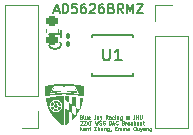
<source format=gto>
G04 #@! TF.GenerationSoftware,KiCad,Pcbnew,9.0.4*
G04 #@! TF.CreationDate,2025-12-19T23:34:41-05:00*
G04 #@! TF.ProjectId,AD5626BRMZ-kent,41443536-3236-4425-924d-5a2d6b656e74,rev?*
G04 #@! TF.SameCoordinates,Original*
G04 #@! TF.FileFunction,Legend,Top*
G04 #@! TF.FilePolarity,Positive*
%FSLAX46Y46*%
G04 Gerber Fmt 4.6, Leading zero omitted, Abs format (unit mm)*
G04 Created by KiCad (PCBNEW 9.0.4) date 2025-12-19 23:34:41*
%MOMM*%
%LPD*%
G01*
G04 APERTURE LIST*
G04 Aperture macros list*
%AMRoundRect*
0 Rectangle with rounded corners*
0 $1 Rounding radius*
0 $2 $3 $4 $5 $6 $7 $8 $9 X,Y pos of 4 corners*
0 Add a 4 corners polygon primitive as box body*
4,1,4,$2,$3,$4,$5,$6,$7,$8,$9,$2,$3,0*
0 Add four circle primitives for the rounded corners*
1,1,$1+$1,$2,$3*
1,1,$1+$1,$4,$5*
1,1,$1+$1,$6,$7*
1,1,$1+$1,$8,$9*
0 Add four rect primitives between the rounded corners*
20,1,$1+$1,$2,$3,$4,$5,0*
20,1,$1+$1,$4,$5,$6,$7,0*
20,1,$1+$1,$6,$7,$8,$9,0*
20,1,$1+$1,$8,$9,$2,$3,0*%
G04 Aperture macros list end*
%ADD10C,0.060000*%
%ADD11C,0.150000*%
%ADD12C,0.120000*%
%ADD13C,0.152400*%
%ADD14C,0.000000*%
%ADD15RoundRect,0.100000X0.100000X-0.130000X0.100000X0.130000X-0.100000X0.130000X-0.100000X-0.130000X0*%
%ADD16R,1.700000X1.700000*%
%ADD17C,1.700000*%
%ADD18RoundRect,0.225000X0.250000X-0.225000X0.250000X0.225000X-0.250000X0.225000X-0.250000X-0.225000X0*%
%ADD19R,1.524000X0.431800*%
G04 APERTURE END LIST*
D10*
X137110901Y-99537056D02*
X137153758Y-99551342D01*
X137153758Y-99551342D02*
X137168044Y-99565628D01*
X137168044Y-99565628D02*
X137182330Y-99594199D01*
X137182330Y-99594199D02*
X137182330Y-99637056D01*
X137182330Y-99637056D02*
X137168044Y-99665628D01*
X137168044Y-99665628D02*
X137153758Y-99679914D01*
X137153758Y-99679914D02*
X137125187Y-99694199D01*
X137125187Y-99694199D02*
X137010901Y-99694199D01*
X137010901Y-99694199D02*
X137010901Y-99394199D01*
X137010901Y-99394199D02*
X137110901Y-99394199D01*
X137110901Y-99394199D02*
X137139473Y-99408485D01*
X137139473Y-99408485D02*
X137153758Y-99422771D01*
X137153758Y-99422771D02*
X137168044Y-99451342D01*
X137168044Y-99451342D02*
X137168044Y-99479914D01*
X137168044Y-99479914D02*
X137153758Y-99508485D01*
X137153758Y-99508485D02*
X137139473Y-99522771D01*
X137139473Y-99522771D02*
X137110901Y-99537056D01*
X137110901Y-99537056D02*
X137010901Y-99537056D01*
X137353758Y-99694199D02*
X137325187Y-99679914D01*
X137325187Y-99679914D02*
X137310901Y-99651342D01*
X137310901Y-99651342D02*
X137310901Y-99394199D01*
X137596616Y-99494199D02*
X137596616Y-99694199D01*
X137468044Y-99494199D02*
X137468044Y-99651342D01*
X137468044Y-99651342D02*
X137482330Y-99679914D01*
X137482330Y-99679914D02*
X137510901Y-99694199D01*
X137510901Y-99694199D02*
X137553758Y-99694199D01*
X137553758Y-99694199D02*
X137582330Y-99679914D01*
X137582330Y-99679914D02*
X137596616Y-99665628D01*
X137853759Y-99679914D02*
X137825187Y-99694199D01*
X137825187Y-99694199D02*
X137768045Y-99694199D01*
X137768045Y-99694199D02*
X137739473Y-99679914D01*
X137739473Y-99679914D02*
X137725187Y-99651342D01*
X137725187Y-99651342D02*
X137725187Y-99537056D01*
X137725187Y-99537056D02*
X137739473Y-99508485D01*
X137739473Y-99508485D02*
X137768045Y-99494199D01*
X137768045Y-99494199D02*
X137825187Y-99494199D01*
X137825187Y-99494199D02*
X137853759Y-99508485D01*
X137853759Y-99508485D02*
X137868045Y-99537056D01*
X137868045Y-99537056D02*
X137868045Y-99565628D01*
X137868045Y-99565628D02*
X137725187Y-99594199D01*
X138310901Y-99394199D02*
X138310901Y-99608485D01*
X138310901Y-99608485D02*
X138296616Y-99651342D01*
X138296616Y-99651342D02*
X138268044Y-99679914D01*
X138268044Y-99679914D02*
X138225187Y-99694199D01*
X138225187Y-99694199D02*
X138196616Y-99694199D01*
X138582330Y-99694199D02*
X138582330Y-99537056D01*
X138582330Y-99537056D02*
X138568044Y-99508485D01*
X138568044Y-99508485D02*
X138539472Y-99494199D01*
X138539472Y-99494199D02*
X138482330Y-99494199D01*
X138482330Y-99494199D02*
X138453758Y-99508485D01*
X138582330Y-99679914D02*
X138553758Y-99694199D01*
X138553758Y-99694199D02*
X138482330Y-99694199D01*
X138482330Y-99694199D02*
X138453758Y-99679914D01*
X138453758Y-99679914D02*
X138439472Y-99651342D01*
X138439472Y-99651342D02*
X138439472Y-99622771D01*
X138439472Y-99622771D02*
X138453758Y-99594199D01*
X138453758Y-99594199D02*
X138482330Y-99579914D01*
X138482330Y-99579914D02*
X138553758Y-99579914D01*
X138553758Y-99579914D02*
X138582330Y-99565628D01*
X138696616Y-99494199D02*
X138768044Y-99694199D01*
X138839473Y-99494199D02*
X138768044Y-99694199D01*
X138768044Y-99694199D02*
X138739473Y-99765628D01*
X138739473Y-99765628D02*
X138725187Y-99779914D01*
X138725187Y-99779914D02*
X138696616Y-99794199D01*
X139353758Y-99694199D02*
X139253758Y-99551342D01*
X139182329Y-99694199D02*
X139182329Y-99394199D01*
X139182329Y-99394199D02*
X139296615Y-99394199D01*
X139296615Y-99394199D02*
X139325186Y-99408485D01*
X139325186Y-99408485D02*
X139339472Y-99422771D01*
X139339472Y-99422771D02*
X139353758Y-99451342D01*
X139353758Y-99451342D02*
X139353758Y-99494199D01*
X139353758Y-99494199D02*
X139339472Y-99522771D01*
X139339472Y-99522771D02*
X139325186Y-99537056D01*
X139325186Y-99537056D02*
X139296615Y-99551342D01*
X139296615Y-99551342D02*
X139182329Y-99551342D01*
X139610901Y-99694199D02*
X139610901Y-99537056D01*
X139610901Y-99537056D02*
X139596615Y-99508485D01*
X139596615Y-99508485D02*
X139568043Y-99494199D01*
X139568043Y-99494199D02*
X139510901Y-99494199D01*
X139510901Y-99494199D02*
X139482329Y-99508485D01*
X139610901Y-99679914D02*
X139582329Y-99694199D01*
X139582329Y-99694199D02*
X139510901Y-99694199D01*
X139510901Y-99694199D02*
X139482329Y-99679914D01*
X139482329Y-99679914D02*
X139468043Y-99651342D01*
X139468043Y-99651342D02*
X139468043Y-99622771D01*
X139468043Y-99622771D02*
X139482329Y-99594199D01*
X139482329Y-99594199D02*
X139510901Y-99579914D01*
X139510901Y-99579914D02*
X139582329Y-99579914D01*
X139582329Y-99579914D02*
X139610901Y-99565628D01*
X139882330Y-99679914D02*
X139853758Y-99694199D01*
X139853758Y-99694199D02*
X139796615Y-99694199D01*
X139796615Y-99694199D02*
X139768044Y-99679914D01*
X139768044Y-99679914D02*
X139753758Y-99665628D01*
X139753758Y-99665628D02*
X139739472Y-99637056D01*
X139739472Y-99637056D02*
X139739472Y-99551342D01*
X139739472Y-99551342D02*
X139753758Y-99522771D01*
X139753758Y-99522771D02*
X139768044Y-99508485D01*
X139768044Y-99508485D02*
X139796615Y-99494199D01*
X139796615Y-99494199D02*
X139853758Y-99494199D01*
X139853758Y-99494199D02*
X139882330Y-99508485D01*
X140010901Y-99694199D02*
X140010901Y-99494199D01*
X140010901Y-99394199D02*
X139996615Y-99408485D01*
X139996615Y-99408485D02*
X140010901Y-99422771D01*
X140010901Y-99422771D02*
X140025187Y-99408485D01*
X140025187Y-99408485D02*
X140010901Y-99394199D01*
X140010901Y-99394199D02*
X140010901Y-99422771D01*
X140153758Y-99494199D02*
X140153758Y-99694199D01*
X140153758Y-99522771D02*
X140168044Y-99508485D01*
X140168044Y-99508485D02*
X140196615Y-99494199D01*
X140196615Y-99494199D02*
X140239472Y-99494199D01*
X140239472Y-99494199D02*
X140268044Y-99508485D01*
X140268044Y-99508485D02*
X140282330Y-99537056D01*
X140282330Y-99537056D02*
X140282330Y-99694199D01*
X140553759Y-99494199D02*
X140553759Y-99737056D01*
X140553759Y-99737056D02*
X140539473Y-99765628D01*
X140539473Y-99765628D02*
X140525187Y-99779914D01*
X140525187Y-99779914D02*
X140496616Y-99794199D01*
X140496616Y-99794199D02*
X140453759Y-99794199D01*
X140453759Y-99794199D02*
X140425187Y-99779914D01*
X140553759Y-99679914D02*
X140525187Y-99694199D01*
X140525187Y-99694199D02*
X140468044Y-99694199D01*
X140468044Y-99694199D02*
X140439473Y-99679914D01*
X140439473Y-99679914D02*
X140425187Y-99665628D01*
X140425187Y-99665628D02*
X140410901Y-99637056D01*
X140410901Y-99637056D02*
X140410901Y-99551342D01*
X140410901Y-99551342D02*
X140425187Y-99522771D01*
X140425187Y-99522771D02*
X140439473Y-99508485D01*
X140439473Y-99508485D02*
X140468044Y-99494199D01*
X140468044Y-99494199D02*
X140525187Y-99494199D01*
X140525187Y-99494199D02*
X140553759Y-99508485D01*
X141110901Y-99551342D02*
X141096616Y-99537056D01*
X141096616Y-99537056D02*
X141068044Y-99522771D01*
X141068044Y-99522771D02*
X141039473Y-99522771D01*
X141039473Y-99522771D02*
X141010901Y-99537056D01*
X141010901Y-99537056D02*
X140996616Y-99551342D01*
X140996616Y-99551342D02*
X140982330Y-99579914D01*
X140982330Y-99579914D02*
X140982330Y-99608485D01*
X140982330Y-99608485D02*
X140996616Y-99637056D01*
X140996616Y-99637056D02*
X141010901Y-99651342D01*
X141010901Y-99651342D02*
X141039473Y-99665628D01*
X141039473Y-99665628D02*
X141068044Y-99665628D01*
X141068044Y-99665628D02*
X141096616Y-99651342D01*
X141096616Y-99651342D02*
X141110901Y-99637056D01*
X141110901Y-99522771D02*
X141110901Y-99637056D01*
X141110901Y-99637056D02*
X141125187Y-99651342D01*
X141125187Y-99651342D02*
X141139473Y-99651342D01*
X141139473Y-99651342D02*
X141168044Y-99637056D01*
X141168044Y-99637056D02*
X141182330Y-99608485D01*
X141182330Y-99608485D02*
X141182330Y-99537056D01*
X141182330Y-99537056D02*
X141153759Y-99494199D01*
X141153759Y-99494199D02*
X141110901Y-99465628D01*
X141110901Y-99465628D02*
X141053759Y-99451342D01*
X141053759Y-99451342D02*
X140996616Y-99465628D01*
X140996616Y-99465628D02*
X140953759Y-99494199D01*
X140953759Y-99494199D02*
X140925187Y-99537056D01*
X140925187Y-99537056D02*
X140910901Y-99594199D01*
X140910901Y-99594199D02*
X140925187Y-99651342D01*
X140925187Y-99651342D02*
X140953759Y-99694199D01*
X140953759Y-99694199D02*
X140996616Y-99722771D01*
X140996616Y-99722771D02*
X141053759Y-99737056D01*
X141053759Y-99737056D02*
X141110901Y-99722771D01*
X141110901Y-99722771D02*
X141153759Y-99694199D01*
X141625186Y-99394199D02*
X141625186Y-99608485D01*
X141625186Y-99608485D02*
X141610901Y-99651342D01*
X141610901Y-99651342D02*
X141582329Y-99679914D01*
X141582329Y-99679914D02*
X141539472Y-99694199D01*
X141539472Y-99694199D02*
X141510901Y-99694199D01*
X141768043Y-99694199D02*
X141768043Y-99394199D01*
X141768043Y-99537056D02*
X141939472Y-99537056D01*
X141939472Y-99694199D02*
X141939472Y-99394199D01*
X142082329Y-99394199D02*
X142082329Y-99637056D01*
X142082329Y-99637056D02*
X142096615Y-99665628D01*
X142096615Y-99665628D02*
X142110901Y-99679914D01*
X142110901Y-99679914D02*
X142139472Y-99694199D01*
X142139472Y-99694199D02*
X142196615Y-99694199D01*
X142196615Y-99694199D02*
X142225186Y-99679914D01*
X142225186Y-99679914D02*
X142239472Y-99665628D01*
X142239472Y-99665628D02*
X142253758Y-99637056D01*
X142253758Y-99637056D02*
X142253758Y-99394199D01*
X136996615Y-99905754D02*
X137010901Y-99891468D01*
X137010901Y-99891468D02*
X137039473Y-99877182D01*
X137039473Y-99877182D02*
X137110901Y-99877182D01*
X137110901Y-99877182D02*
X137139473Y-99891468D01*
X137139473Y-99891468D02*
X137153758Y-99905754D01*
X137153758Y-99905754D02*
X137168044Y-99934325D01*
X137168044Y-99934325D02*
X137168044Y-99962897D01*
X137168044Y-99962897D02*
X137153758Y-100005754D01*
X137153758Y-100005754D02*
X136982330Y-100177182D01*
X136982330Y-100177182D02*
X137168044Y-100177182D01*
X137282329Y-99905754D02*
X137296615Y-99891468D01*
X137296615Y-99891468D02*
X137325187Y-99877182D01*
X137325187Y-99877182D02*
X137396615Y-99877182D01*
X137396615Y-99877182D02*
X137425187Y-99891468D01*
X137425187Y-99891468D02*
X137439472Y-99905754D01*
X137439472Y-99905754D02*
X137453758Y-99934325D01*
X137453758Y-99934325D02*
X137453758Y-99962897D01*
X137453758Y-99962897D02*
X137439472Y-100005754D01*
X137439472Y-100005754D02*
X137268044Y-100177182D01*
X137268044Y-100177182D02*
X137453758Y-100177182D01*
X137553758Y-99877182D02*
X137753758Y-100177182D01*
X137753758Y-99877182D02*
X137553758Y-100177182D01*
X137825186Y-99877182D02*
X137996615Y-99877182D01*
X137910900Y-100177182D02*
X137910900Y-99877182D01*
X138296614Y-99877182D02*
X138368042Y-100177182D01*
X138368042Y-100177182D02*
X138425185Y-99962897D01*
X138425185Y-99962897D02*
X138482328Y-100177182D01*
X138482328Y-100177182D02*
X138553757Y-99877182D01*
X138653756Y-100162897D02*
X138696614Y-100177182D01*
X138696614Y-100177182D02*
X138768042Y-100177182D01*
X138768042Y-100177182D02*
X138796614Y-100162897D01*
X138796614Y-100162897D02*
X138810899Y-100148611D01*
X138810899Y-100148611D02*
X138825185Y-100120039D01*
X138825185Y-100120039D02*
X138825185Y-100091468D01*
X138825185Y-100091468D02*
X138810899Y-100062897D01*
X138810899Y-100062897D02*
X138796614Y-100048611D01*
X138796614Y-100048611D02*
X138768042Y-100034325D01*
X138768042Y-100034325D02*
X138710899Y-100020039D01*
X138710899Y-100020039D02*
X138682328Y-100005754D01*
X138682328Y-100005754D02*
X138668042Y-99991468D01*
X138668042Y-99991468D02*
X138653756Y-99962897D01*
X138653756Y-99962897D02*
X138653756Y-99934325D01*
X138653756Y-99934325D02*
X138668042Y-99905754D01*
X138668042Y-99905754D02*
X138682328Y-99891468D01*
X138682328Y-99891468D02*
X138710899Y-99877182D01*
X138710899Y-99877182D02*
X138782328Y-99877182D01*
X138782328Y-99877182D02*
X138825185Y-99891468D01*
X139110899Y-99891468D02*
X139082328Y-99877182D01*
X139082328Y-99877182D02*
X139039470Y-99877182D01*
X139039470Y-99877182D02*
X138996613Y-99891468D01*
X138996613Y-99891468D02*
X138968042Y-99920039D01*
X138968042Y-99920039D02*
X138953756Y-99948611D01*
X138953756Y-99948611D02*
X138939470Y-100005754D01*
X138939470Y-100005754D02*
X138939470Y-100048611D01*
X138939470Y-100048611D02*
X138953756Y-100105754D01*
X138953756Y-100105754D02*
X138968042Y-100134325D01*
X138968042Y-100134325D02*
X138996613Y-100162897D01*
X138996613Y-100162897D02*
X139039470Y-100177182D01*
X139039470Y-100177182D02*
X139068042Y-100177182D01*
X139068042Y-100177182D02*
X139110899Y-100162897D01*
X139110899Y-100162897D02*
X139125185Y-100148611D01*
X139125185Y-100148611D02*
X139125185Y-100048611D01*
X139125185Y-100048611D02*
X139068042Y-100048611D01*
X139482327Y-100177182D02*
X139482327Y-99877182D01*
X139482327Y-99877182D02*
X139553756Y-99877182D01*
X139553756Y-99877182D02*
X139596613Y-99891468D01*
X139596613Y-99891468D02*
X139625184Y-99920039D01*
X139625184Y-99920039D02*
X139639470Y-99948611D01*
X139639470Y-99948611D02*
X139653756Y-100005754D01*
X139653756Y-100005754D02*
X139653756Y-100048611D01*
X139653756Y-100048611D02*
X139639470Y-100105754D01*
X139639470Y-100105754D02*
X139625184Y-100134325D01*
X139625184Y-100134325D02*
X139596613Y-100162897D01*
X139596613Y-100162897D02*
X139553756Y-100177182D01*
X139553756Y-100177182D02*
X139482327Y-100177182D01*
X139768041Y-100091468D02*
X139910899Y-100091468D01*
X139739470Y-100177182D02*
X139839470Y-99877182D01*
X139839470Y-99877182D02*
X139939470Y-100177182D01*
X140210899Y-100148611D02*
X140196613Y-100162897D01*
X140196613Y-100162897D02*
X140153756Y-100177182D01*
X140153756Y-100177182D02*
X140125184Y-100177182D01*
X140125184Y-100177182D02*
X140082327Y-100162897D01*
X140082327Y-100162897D02*
X140053756Y-100134325D01*
X140053756Y-100134325D02*
X140039470Y-100105754D01*
X140039470Y-100105754D02*
X140025184Y-100048611D01*
X140025184Y-100048611D02*
X140025184Y-100005754D01*
X140025184Y-100005754D02*
X140039470Y-99948611D01*
X140039470Y-99948611D02*
X140053756Y-99920039D01*
X140053756Y-99920039D02*
X140082327Y-99891468D01*
X140082327Y-99891468D02*
X140125184Y-99877182D01*
X140125184Y-99877182D02*
X140153756Y-99877182D01*
X140153756Y-99877182D02*
X140196613Y-99891468D01*
X140196613Y-99891468D02*
X140210899Y-99905754D01*
X140668041Y-100020039D02*
X140710898Y-100034325D01*
X140710898Y-100034325D02*
X140725184Y-100048611D01*
X140725184Y-100048611D02*
X140739470Y-100077182D01*
X140739470Y-100077182D02*
X140739470Y-100120039D01*
X140739470Y-100120039D02*
X140725184Y-100148611D01*
X140725184Y-100148611D02*
X140710898Y-100162897D01*
X140710898Y-100162897D02*
X140682327Y-100177182D01*
X140682327Y-100177182D02*
X140568041Y-100177182D01*
X140568041Y-100177182D02*
X140568041Y-99877182D01*
X140568041Y-99877182D02*
X140668041Y-99877182D01*
X140668041Y-99877182D02*
X140696613Y-99891468D01*
X140696613Y-99891468D02*
X140710898Y-99905754D01*
X140710898Y-99905754D02*
X140725184Y-99934325D01*
X140725184Y-99934325D02*
X140725184Y-99962897D01*
X140725184Y-99962897D02*
X140710898Y-99991468D01*
X140710898Y-99991468D02*
X140696613Y-100005754D01*
X140696613Y-100005754D02*
X140668041Y-100020039D01*
X140668041Y-100020039D02*
X140568041Y-100020039D01*
X140868041Y-100177182D02*
X140868041Y-99977182D01*
X140868041Y-100034325D02*
X140882327Y-100005754D01*
X140882327Y-100005754D02*
X140896613Y-99991468D01*
X140896613Y-99991468D02*
X140925184Y-99977182D01*
X140925184Y-99977182D02*
X140953755Y-99977182D01*
X141168041Y-100162897D02*
X141139469Y-100177182D01*
X141139469Y-100177182D02*
X141082327Y-100177182D01*
X141082327Y-100177182D02*
X141053755Y-100162897D01*
X141053755Y-100162897D02*
X141039469Y-100134325D01*
X141039469Y-100134325D02*
X141039469Y-100020039D01*
X141039469Y-100020039D02*
X141053755Y-99991468D01*
X141053755Y-99991468D02*
X141082327Y-99977182D01*
X141082327Y-99977182D02*
X141139469Y-99977182D01*
X141139469Y-99977182D02*
X141168041Y-99991468D01*
X141168041Y-99991468D02*
X141182327Y-100020039D01*
X141182327Y-100020039D02*
X141182327Y-100048611D01*
X141182327Y-100048611D02*
X141039469Y-100077182D01*
X141439470Y-100177182D02*
X141439470Y-100020039D01*
X141439470Y-100020039D02*
X141425184Y-99991468D01*
X141425184Y-99991468D02*
X141396612Y-99977182D01*
X141396612Y-99977182D02*
X141339470Y-99977182D01*
X141339470Y-99977182D02*
X141310898Y-99991468D01*
X141439470Y-100162897D02*
X141410898Y-100177182D01*
X141410898Y-100177182D02*
X141339470Y-100177182D01*
X141339470Y-100177182D02*
X141310898Y-100162897D01*
X141310898Y-100162897D02*
X141296612Y-100134325D01*
X141296612Y-100134325D02*
X141296612Y-100105754D01*
X141296612Y-100105754D02*
X141310898Y-100077182D01*
X141310898Y-100077182D02*
X141339470Y-100062897D01*
X141339470Y-100062897D02*
X141410898Y-100062897D01*
X141410898Y-100062897D02*
X141439470Y-100048611D01*
X141582327Y-100177182D02*
X141582327Y-99877182D01*
X141610899Y-100062897D02*
X141696613Y-100177182D01*
X141696613Y-99977182D02*
X141582327Y-100091468D01*
X141868041Y-100177182D02*
X141839470Y-100162897D01*
X141839470Y-100162897D02*
X141825184Y-100148611D01*
X141825184Y-100148611D02*
X141810898Y-100120039D01*
X141810898Y-100120039D02*
X141810898Y-100034325D01*
X141810898Y-100034325D02*
X141825184Y-100005754D01*
X141825184Y-100005754D02*
X141839470Y-99991468D01*
X141839470Y-99991468D02*
X141868041Y-99977182D01*
X141868041Y-99977182D02*
X141910898Y-99977182D01*
X141910898Y-99977182D02*
X141939470Y-99991468D01*
X141939470Y-99991468D02*
X141953756Y-100005754D01*
X141953756Y-100005754D02*
X141968041Y-100034325D01*
X141968041Y-100034325D02*
X141968041Y-100120039D01*
X141968041Y-100120039D02*
X141953756Y-100148611D01*
X141953756Y-100148611D02*
X141939470Y-100162897D01*
X141939470Y-100162897D02*
X141910898Y-100177182D01*
X141910898Y-100177182D02*
X141868041Y-100177182D01*
X142225185Y-99977182D02*
X142225185Y-100177182D01*
X142096613Y-99977182D02*
X142096613Y-100134325D01*
X142096613Y-100134325D02*
X142110899Y-100162897D01*
X142110899Y-100162897D02*
X142139470Y-100177182D01*
X142139470Y-100177182D02*
X142182327Y-100177182D01*
X142182327Y-100177182D02*
X142210899Y-100162897D01*
X142210899Y-100162897D02*
X142225185Y-100148611D01*
X142325185Y-99977182D02*
X142439471Y-99977182D01*
X142368042Y-99877182D02*
X142368042Y-100134325D01*
X142368042Y-100134325D02*
X142382328Y-100162897D01*
X142382328Y-100162897D02*
X142410899Y-100177182D01*
X142410899Y-100177182D02*
X142439471Y-100177182D01*
X137010901Y-100660165D02*
X137010901Y-100360165D01*
X137182330Y-100660165D02*
X137053758Y-100488737D01*
X137182330Y-100360165D02*
X137010901Y-100531594D01*
X137425187Y-100645880D02*
X137396615Y-100660165D01*
X137396615Y-100660165D02*
X137339473Y-100660165D01*
X137339473Y-100660165D02*
X137310901Y-100645880D01*
X137310901Y-100645880D02*
X137296615Y-100617308D01*
X137296615Y-100617308D02*
X137296615Y-100503022D01*
X137296615Y-100503022D02*
X137310901Y-100474451D01*
X137310901Y-100474451D02*
X137339473Y-100460165D01*
X137339473Y-100460165D02*
X137396615Y-100460165D01*
X137396615Y-100460165D02*
X137425187Y-100474451D01*
X137425187Y-100474451D02*
X137439473Y-100503022D01*
X137439473Y-100503022D02*
X137439473Y-100531594D01*
X137439473Y-100531594D02*
X137296615Y-100560165D01*
X137568044Y-100460165D02*
X137568044Y-100660165D01*
X137568044Y-100488737D02*
X137582330Y-100474451D01*
X137582330Y-100474451D02*
X137610901Y-100460165D01*
X137610901Y-100460165D02*
X137653758Y-100460165D01*
X137653758Y-100460165D02*
X137682330Y-100474451D01*
X137682330Y-100474451D02*
X137696616Y-100503022D01*
X137696616Y-100503022D02*
X137696616Y-100660165D01*
X137796616Y-100460165D02*
X137910902Y-100460165D01*
X137839473Y-100360165D02*
X137839473Y-100617308D01*
X137839473Y-100617308D02*
X137853759Y-100645880D01*
X137853759Y-100645880D02*
X137882330Y-100660165D01*
X137882330Y-100660165D02*
X137910902Y-100660165D01*
X138210902Y-100360165D02*
X138410902Y-100360165D01*
X138410902Y-100360165D02*
X138210902Y-100660165D01*
X138210902Y-100660165D02*
X138410902Y-100660165D01*
X138525187Y-100660165D02*
X138525187Y-100360165D01*
X138653759Y-100660165D02*
X138653759Y-100503022D01*
X138653759Y-100503022D02*
X138639473Y-100474451D01*
X138639473Y-100474451D02*
X138610901Y-100460165D01*
X138610901Y-100460165D02*
X138568044Y-100460165D01*
X138568044Y-100460165D02*
X138539473Y-100474451D01*
X138539473Y-100474451D02*
X138525187Y-100488737D01*
X138925188Y-100660165D02*
X138925188Y-100503022D01*
X138925188Y-100503022D02*
X138910902Y-100474451D01*
X138910902Y-100474451D02*
X138882330Y-100460165D01*
X138882330Y-100460165D02*
X138825188Y-100460165D01*
X138825188Y-100460165D02*
X138796616Y-100474451D01*
X138925188Y-100645880D02*
X138896616Y-100660165D01*
X138896616Y-100660165D02*
X138825188Y-100660165D01*
X138825188Y-100660165D02*
X138796616Y-100645880D01*
X138796616Y-100645880D02*
X138782330Y-100617308D01*
X138782330Y-100617308D02*
X138782330Y-100588737D01*
X138782330Y-100588737D02*
X138796616Y-100560165D01*
X138796616Y-100560165D02*
X138825188Y-100545880D01*
X138825188Y-100545880D02*
X138896616Y-100545880D01*
X138896616Y-100545880D02*
X138925188Y-100531594D01*
X139068045Y-100460165D02*
X139068045Y-100660165D01*
X139068045Y-100488737D02*
X139082331Y-100474451D01*
X139082331Y-100474451D02*
X139110902Y-100460165D01*
X139110902Y-100460165D02*
X139153759Y-100460165D01*
X139153759Y-100460165D02*
X139182331Y-100474451D01*
X139182331Y-100474451D02*
X139196617Y-100503022D01*
X139196617Y-100503022D02*
X139196617Y-100660165D01*
X139468046Y-100460165D02*
X139468046Y-100703022D01*
X139468046Y-100703022D02*
X139453760Y-100731594D01*
X139453760Y-100731594D02*
X139439474Y-100745880D01*
X139439474Y-100745880D02*
X139410903Y-100760165D01*
X139410903Y-100760165D02*
X139368046Y-100760165D01*
X139368046Y-100760165D02*
X139339474Y-100745880D01*
X139468046Y-100645880D02*
X139439474Y-100660165D01*
X139439474Y-100660165D02*
X139382331Y-100660165D01*
X139382331Y-100660165D02*
X139353760Y-100645880D01*
X139353760Y-100645880D02*
X139339474Y-100631594D01*
X139339474Y-100631594D02*
X139325188Y-100603022D01*
X139325188Y-100603022D02*
X139325188Y-100517308D01*
X139325188Y-100517308D02*
X139339474Y-100488737D01*
X139339474Y-100488737D02*
X139353760Y-100474451D01*
X139353760Y-100474451D02*
X139382331Y-100460165D01*
X139382331Y-100460165D02*
X139439474Y-100460165D01*
X139439474Y-100460165D02*
X139468046Y-100474451D01*
X139625189Y-100645880D02*
X139625189Y-100660165D01*
X139625189Y-100660165D02*
X139610903Y-100688737D01*
X139610903Y-100688737D02*
X139596617Y-100703022D01*
X139982331Y-100503022D02*
X140082331Y-100503022D01*
X140125188Y-100660165D02*
X139982331Y-100660165D01*
X139982331Y-100660165D02*
X139982331Y-100360165D01*
X139982331Y-100360165D02*
X140125188Y-100360165D01*
X140253760Y-100660165D02*
X140253760Y-100460165D01*
X140253760Y-100488737D02*
X140268046Y-100474451D01*
X140268046Y-100474451D02*
X140296617Y-100460165D01*
X140296617Y-100460165D02*
X140339474Y-100460165D01*
X140339474Y-100460165D02*
X140368046Y-100474451D01*
X140368046Y-100474451D02*
X140382332Y-100503022D01*
X140382332Y-100503022D02*
X140382332Y-100660165D01*
X140382332Y-100503022D02*
X140396617Y-100474451D01*
X140396617Y-100474451D02*
X140425189Y-100460165D01*
X140425189Y-100460165D02*
X140468046Y-100460165D01*
X140468046Y-100460165D02*
X140496617Y-100474451D01*
X140496617Y-100474451D02*
X140510903Y-100503022D01*
X140510903Y-100503022D02*
X140510903Y-100660165D01*
X140653760Y-100660165D02*
X140653760Y-100460165D01*
X140653760Y-100488737D02*
X140668046Y-100474451D01*
X140668046Y-100474451D02*
X140696617Y-100460165D01*
X140696617Y-100460165D02*
X140739474Y-100460165D01*
X140739474Y-100460165D02*
X140768046Y-100474451D01*
X140768046Y-100474451D02*
X140782332Y-100503022D01*
X140782332Y-100503022D02*
X140782332Y-100660165D01*
X140782332Y-100503022D02*
X140796617Y-100474451D01*
X140796617Y-100474451D02*
X140825189Y-100460165D01*
X140825189Y-100460165D02*
X140868046Y-100460165D01*
X140868046Y-100460165D02*
X140896617Y-100474451D01*
X140896617Y-100474451D02*
X140910903Y-100503022D01*
X140910903Y-100503022D02*
X140910903Y-100660165D01*
X141182332Y-100660165D02*
X141182332Y-100503022D01*
X141182332Y-100503022D02*
X141168046Y-100474451D01*
X141168046Y-100474451D02*
X141139474Y-100460165D01*
X141139474Y-100460165D02*
X141082332Y-100460165D01*
X141082332Y-100460165D02*
X141053760Y-100474451D01*
X141182332Y-100645880D02*
X141153760Y-100660165D01*
X141153760Y-100660165D02*
X141082332Y-100660165D01*
X141082332Y-100660165D02*
X141053760Y-100645880D01*
X141053760Y-100645880D02*
X141039474Y-100617308D01*
X141039474Y-100617308D02*
X141039474Y-100588737D01*
X141039474Y-100588737D02*
X141053760Y-100560165D01*
X141053760Y-100560165D02*
X141082332Y-100545880D01*
X141082332Y-100545880D02*
X141153760Y-100545880D01*
X141153760Y-100545880D02*
X141182332Y-100531594D01*
X141610903Y-100360165D02*
X141668046Y-100360165D01*
X141668046Y-100360165D02*
X141696617Y-100374451D01*
X141696617Y-100374451D02*
X141725189Y-100403022D01*
X141725189Y-100403022D02*
X141739474Y-100460165D01*
X141739474Y-100460165D02*
X141739474Y-100560165D01*
X141739474Y-100560165D02*
X141725189Y-100617308D01*
X141725189Y-100617308D02*
X141696617Y-100645880D01*
X141696617Y-100645880D02*
X141668046Y-100660165D01*
X141668046Y-100660165D02*
X141610903Y-100660165D01*
X141610903Y-100660165D02*
X141582332Y-100645880D01*
X141582332Y-100645880D02*
X141553760Y-100617308D01*
X141553760Y-100617308D02*
X141539474Y-100560165D01*
X141539474Y-100560165D02*
X141539474Y-100460165D01*
X141539474Y-100460165D02*
X141553760Y-100403022D01*
X141553760Y-100403022D02*
X141582332Y-100374451D01*
X141582332Y-100374451D02*
X141610903Y-100360165D01*
X141996618Y-100460165D02*
X141996618Y-100660165D01*
X141868046Y-100460165D02*
X141868046Y-100617308D01*
X141868046Y-100617308D02*
X141882332Y-100645880D01*
X141882332Y-100645880D02*
X141910903Y-100660165D01*
X141910903Y-100660165D02*
X141953760Y-100660165D01*
X141953760Y-100660165D02*
X141982332Y-100645880D01*
X141982332Y-100645880D02*
X141996618Y-100631594D01*
X142110904Y-100460165D02*
X142182332Y-100660165D01*
X142253761Y-100460165D02*
X142182332Y-100660165D01*
X142182332Y-100660165D02*
X142153761Y-100731594D01*
X142153761Y-100731594D02*
X142139475Y-100745880D01*
X142139475Y-100745880D02*
X142110904Y-100760165D01*
X142496618Y-100660165D02*
X142496618Y-100503022D01*
X142496618Y-100503022D02*
X142482332Y-100474451D01*
X142482332Y-100474451D02*
X142453760Y-100460165D01*
X142453760Y-100460165D02*
X142396618Y-100460165D01*
X142396618Y-100460165D02*
X142368046Y-100474451D01*
X142496618Y-100645880D02*
X142468046Y-100660165D01*
X142468046Y-100660165D02*
X142396618Y-100660165D01*
X142396618Y-100660165D02*
X142368046Y-100645880D01*
X142368046Y-100645880D02*
X142353760Y-100617308D01*
X142353760Y-100617308D02*
X142353760Y-100588737D01*
X142353760Y-100588737D02*
X142368046Y-100560165D01*
X142368046Y-100560165D02*
X142396618Y-100545880D01*
X142396618Y-100545880D02*
X142468046Y-100545880D01*
X142468046Y-100545880D02*
X142496618Y-100531594D01*
X142639475Y-100460165D02*
X142639475Y-100660165D01*
X142639475Y-100488737D02*
X142653761Y-100474451D01*
X142653761Y-100474451D02*
X142682332Y-100460165D01*
X142682332Y-100460165D02*
X142725189Y-100460165D01*
X142725189Y-100460165D02*
X142753761Y-100474451D01*
X142753761Y-100474451D02*
X142768047Y-100503022D01*
X142768047Y-100503022D02*
X142768047Y-100660165D01*
X143039476Y-100460165D02*
X143039476Y-100703022D01*
X143039476Y-100703022D02*
X143025190Y-100731594D01*
X143025190Y-100731594D02*
X143010904Y-100745880D01*
X143010904Y-100745880D02*
X142982333Y-100760165D01*
X142982333Y-100760165D02*
X142939476Y-100760165D01*
X142939476Y-100760165D02*
X142910904Y-100745880D01*
X143039476Y-100645880D02*
X143010904Y-100660165D01*
X143010904Y-100660165D02*
X142953761Y-100660165D01*
X142953761Y-100660165D02*
X142925190Y-100645880D01*
X142925190Y-100645880D02*
X142910904Y-100631594D01*
X142910904Y-100631594D02*
X142896618Y-100603022D01*
X142896618Y-100603022D02*
X142896618Y-100517308D01*
X142896618Y-100517308D02*
X142910904Y-100488737D01*
X142910904Y-100488737D02*
X142925190Y-100474451D01*
X142925190Y-100474451D02*
X142953761Y-100460165D01*
X142953761Y-100460165D02*
X143010904Y-100460165D01*
X143010904Y-100460165D02*
X143039476Y-100474451D01*
D11*
X135309580Y-93166666D02*
X135357200Y-93214285D01*
X135357200Y-93214285D02*
X135404819Y-93357142D01*
X135404819Y-93357142D02*
X135404819Y-93452380D01*
X135404819Y-93452380D02*
X135357200Y-93595237D01*
X135357200Y-93595237D02*
X135261961Y-93690475D01*
X135261961Y-93690475D02*
X135166723Y-93738094D01*
X135166723Y-93738094D02*
X134976247Y-93785713D01*
X134976247Y-93785713D02*
X134833390Y-93785713D01*
X134833390Y-93785713D02*
X134642914Y-93738094D01*
X134642914Y-93738094D02*
X134547676Y-93690475D01*
X134547676Y-93690475D02*
X134452438Y-93595237D01*
X134452438Y-93595237D02*
X134404819Y-93452380D01*
X134404819Y-93452380D02*
X134404819Y-93357142D01*
X134404819Y-93357142D02*
X134452438Y-93214285D01*
X134452438Y-93214285D02*
X134500057Y-93166666D01*
X135404819Y-92214285D02*
X135404819Y-92785713D01*
X135404819Y-92499999D02*
X134404819Y-92499999D01*
X134404819Y-92499999D02*
X134547676Y-92595237D01*
X134547676Y-92595237D02*
X134642914Y-92690475D01*
X134642914Y-92690475D02*
X134690533Y-92785713D01*
X138988095Y-93754819D02*
X138988095Y-94564342D01*
X138988095Y-94564342D02*
X139035714Y-94659580D01*
X139035714Y-94659580D02*
X139083333Y-94707200D01*
X139083333Y-94707200D02*
X139178571Y-94754819D01*
X139178571Y-94754819D02*
X139369047Y-94754819D01*
X139369047Y-94754819D02*
X139464285Y-94707200D01*
X139464285Y-94707200D02*
X139511904Y-94659580D01*
X139511904Y-94659580D02*
X139559523Y-94564342D01*
X139559523Y-94564342D02*
X139559523Y-93754819D01*
X140559523Y-94754819D02*
X139988095Y-94754819D01*
X140273809Y-94754819D02*
X140273809Y-93754819D01*
X140273809Y-93754819D02*
X140178571Y-93897676D01*
X140178571Y-93897676D02*
X140083333Y-93992914D01*
X140083333Y-93992914D02*
X139988095Y-94040533D01*
X134847618Y-90533723D02*
X135228571Y-90533723D01*
X134771428Y-90762295D02*
X135038095Y-89962295D01*
X135038095Y-89962295D02*
X135304761Y-90762295D01*
X135571428Y-90762295D02*
X135571428Y-89962295D01*
X135571428Y-89962295D02*
X135761904Y-89962295D01*
X135761904Y-89962295D02*
X135876190Y-90000390D01*
X135876190Y-90000390D02*
X135952380Y-90076580D01*
X135952380Y-90076580D02*
X135990475Y-90152771D01*
X135990475Y-90152771D02*
X136028571Y-90305152D01*
X136028571Y-90305152D02*
X136028571Y-90419438D01*
X136028571Y-90419438D02*
X135990475Y-90571819D01*
X135990475Y-90571819D02*
X135952380Y-90648009D01*
X135952380Y-90648009D02*
X135876190Y-90724200D01*
X135876190Y-90724200D02*
X135761904Y-90762295D01*
X135761904Y-90762295D02*
X135571428Y-90762295D01*
X136752380Y-89962295D02*
X136371428Y-89962295D01*
X136371428Y-89962295D02*
X136333332Y-90343247D01*
X136333332Y-90343247D02*
X136371428Y-90305152D01*
X136371428Y-90305152D02*
X136447618Y-90267057D01*
X136447618Y-90267057D02*
X136638094Y-90267057D01*
X136638094Y-90267057D02*
X136714285Y-90305152D01*
X136714285Y-90305152D02*
X136752380Y-90343247D01*
X136752380Y-90343247D02*
X136790475Y-90419438D01*
X136790475Y-90419438D02*
X136790475Y-90609914D01*
X136790475Y-90609914D02*
X136752380Y-90686104D01*
X136752380Y-90686104D02*
X136714285Y-90724200D01*
X136714285Y-90724200D02*
X136638094Y-90762295D01*
X136638094Y-90762295D02*
X136447618Y-90762295D01*
X136447618Y-90762295D02*
X136371428Y-90724200D01*
X136371428Y-90724200D02*
X136333332Y-90686104D01*
X137476190Y-89962295D02*
X137323809Y-89962295D01*
X137323809Y-89962295D02*
X137247618Y-90000390D01*
X137247618Y-90000390D02*
X137209523Y-90038485D01*
X137209523Y-90038485D02*
X137133333Y-90152771D01*
X137133333Y-90152771D02*
X137095237Y-90305152D01*
X137095237Y-90305152D02*
X137095237Y-90609914D01*
X137095237Y-90609914D02*
X137133333Y-90686104D01*
X137133333Y-90686104D02*
X137171428Y-90724200D01*
X137171428Y-90724200D02*
X137247618Y-90762295D01*
X137247618Y-90762295D02*
X137399999Y-90762295D01*
X137399999Y-90762295D02*
X137476190Y-90724200D01*
X137476190Y-90724200D02*
X137514285Y-90686104D01*
X137514285Y-90686104D02*
X137552380Y-90609914D01*
X137552380Y-90609914D02*
X137552380Y-90419438D01*
X137552380Y-90419438D02*
X137514285Y-90343247D01*
X137514285Y-90343247D02*
X137476190Y-90305152D01*
X137476190Y-90305152D02*
X137399999Y-90267057D01*
X137399999Y-90267057D02*
X137247618Y-90267057D01*
X137247618Y-90267057D02*
X137171428Y-90305152D01*
X137171428Y-90305152D02*
X137133333Y-90343247D01*
X137133333Y-90343247D02*
X137095237Y-90419438D01*
X137857142Y-90038485D02*
X137895238Y-90000390D01*
X137895238Y-90000390D02*
X137971428Y-89962295D01*
X137971428Y-89962295D02*
X138161904Y-89962295D01*
X138161904Y-89962295D02*
X138238095Y-90000390D01*
X138238095Y-90000390D02*
X138276190Y-90038485D01*
X138276190Y-90038485D02*
X138314285Y-90114676D01*
X138314285Y-90114676D02*
X138314285Y-90190866D01*
X138314285Y-90190866D02*
X138276190Y-90305152D01*
X138276190Y-90305152D02*
X137819047Y-90762295D01*
X137819047Y-90762295D02*
X138314285Y-90762295D01*
X139000000Y-89962295D02*
X138847619Y-89962295D01*
X138847619Y-89962295D02*
X138771428Y-90000390D01*
X138771428Y-90000390D02*
X138733333Y-90038485D01*
X138733333Y-90038485D02*
X138657143Y-90152771D01*
X138657143Y-90152771D02*
X138619047Y-90305152D01*
X138619047Y-90305152D02*
X138619047Y-90609914D01*
X138619047Y-90609914D02*
X138657143Y-90686104D01*
X138657143Y-90686104D02*
X138695238Y-90724200D01*
X138695238Y-90724200D02*
X138771428Y-90762295D01*
X138771428Y-90762295D02*
X138923809Y-90762295D01*
X138923809Y-90762295D02*
X139000000Y-90724200D01*
X139000000Y-90724200D02*
X139038095Y-90686104D01*
X139038095Y-90686104D02*
X139076190Y-90609914D01*
X139076190Y-90609914D02*
X139076190Y-90419438D01*
X139076190Y-90419438D02*
X139038095Y-90343247D01*
X139038095Y-90343247D02*
X139000000Y-90305152D01*
X139000000Y-90305152D02*
X138923809Y-90267057D01*
X138923809Y-90267057D02*
X138771428Y-90267057D01*
X138771428Y-90267057D02*
X138695238Y-90305152D01*
X138695238Y-90305152D02*
X138657143Y-90343247D01*
X138657143Y-90343247D02*
X138619047Y-90419438D01*
X139685714Y-90343247D02*
X139800000Y-90381342D01*
X139800000Y-90381342D02*
X139838095Y-90419438D01*
X139838095Y-90419438D02*
X139876191Y-90495628D01*
X139876191Y-90495628D02*
X139876191Y-90609914D01*
X139876191Y-90609914D02*
X139838095Y-90686104D01*
X139838095Y-90686104D02*
X139800000Y-90724200D01*
X139800000Y-90724200D02*
X139723810Y-90762295D01*
X139723810Y-90762295D02*
X139419048Y-90762295D01*
X139419048Y-90762295D02*
X139419048Y-89962295D01*
X139419048Y-89962295D02*
X139685714Y-89962295D01*
X139685714Y-89962295D02*
X139761905Y-90000390D01*
X139761905Y-90000390D02*
X139800000Y-90038485D01*
X139800000Y-90038485D02*
X139838095Y-90114676D01*
X139838095Y-90114676D02*
X139838095Y-90190866D01*
X139838095Y-90190866D02*
X139800000Y-90267057D01*
X139800000Y-90267057D02*
X139761905Y-90305152D01*
X139761905Y-90305152D02*
X139685714Y-90343247D01*
X139685714Y-90343247D02*
X139419048Y-90343247D01*
X140676191Y-90762295D02*
X140409524Y-90381342D01*
X140219048Y-90762295D02*
X140219048Y-89962295D01*
X140219048Y-89962295D02*
X140523810Y-89962295D01*
X140523810Y-89962295D02*
X140600000Y-90000390D01*
X140600000Y-90000390D02*
X140638095Y-90038485D01*
X140638095Y-90038485D02*
X140676191Y-90114676D01*
X140676191Y-90114676D02*
X140676191Y-90228961D01*
X140676191Y-90228961D02*
X140638095Y-90305152D01*
X140638095Y-90305152D02*
X140600000Y-90343247D01*
X140600000Y-90343247D02*
X140523810Y-90381342D01*
X140523810Y-90381342D02*
X140219048Y-90381342D01*
X141019048Y-90762295D02*
X141019048Y-89962295D01*
X141019048Y-89962295D02*
X141285714Y-90533723D01*
X141285714Y-90533723D02*
X141552381Y-89962295D01*
X141552381Y-89962295D02*
X141552381Y-90762295D01*
X141857143Y-89962295D02*
X142390477Y-89962295D01*
X142390477Y-89962295D02*
X141857143Y-90762295D01*
X141857143Y-90762295D02*
X142390477Y-90762295D01*
D12*
X130700000Y-97790000D02*
X130700000Y-90060000D01*
X133460000Y-90060000D02*
X130700000Y-90060000D01*
X133460000Y-97790000D02*
X130700000Y-97790000D01*
X133460000Y-97790000D02*
X133460000Y-90060000D01*
X133460000Y-99060000D02*
X133460000Y-100440000D01*
X133460000Y-100440000D02*
X132080000Y-100440000D01*
X134110000Y-92355580D02*
X134110000Y-92074420D01*
X135130000Y-92355580D02*
X135130000Y-92074420D01*
D13*
X138022800Y-92572800D02*
X138022800Y-92776361D01*
X138022800Y-95823639D02*
X138022800Y-96027200D01*
X138022800Y-96027200D02*
X141477200Y-96027200D01*
X141477200Y-92572800D02*
X138022800Y-92572800D01*
X141477200Y-92776361D02*
X141477200Y-92572800D01*
X141477200Y-96027200D02*
X141477200Y-95823639D01*
D12*
X143400000Y-90060000D02*
X144780000Y-90060000D01*
X143400000Y-91440000D02*
X143400000Y-90060000D01*
X143400000Y-92710000D02*
X143400000Y-100440000D01*
X143400000Y-92710000D02*
X146160000Y-92710000D01*
X143400000Y-100440000D02*
X146160000Y-100440000D01*
X146160000Y-92710000D02*
X146160000Y-100440000D01*
D14*
G36*
X135837444Y-97776710D02*
G01*
X135866161Y-97777401D01*
X135895180Y-97778202D01*
X135925241Y-97779140D01*
X135957089Y-97780239D01*
X135991466Y-97781523D01*
X136029115Y-97783018D01*
X136041221Y-97783514D01*
X136075715Y-97784935D01*
X136075715Y-98049303D01*
X136075702Y-98082385D01*
X136075666Y-98114269D01*
X136075607Y-98144703D01*
X136075527Y-98173432D01*
X136075428Y-98200204D01*
X136075311Y-98224764D01*
X136075177Y-98246860D01*
X136075029Y-98266237D01*
X136074868Y-98282644D01*
X136074694Y-98295825D01*
X136074511Y-98305527D01*
X136074319Y-98311498D01*
X136074123Y-98313485D01*
X136072154Y-98312310D01*
X136066913Y-98308959D01*
X136058658Y-98303602D01*
X136047651Y-98296410D01*
X136034152Y-98287555D01*
X136018420Y-98277206D01*
X136000716Y-98265536D01*
X135981300Y-98252716D01*
X135960432Y-98238916D01*
X135938373Y-98224307D01*
X135922351Y-98213685D01*
X135772171Y-98114071D01*
X135772171Y-97944663D01*
X135772171Y-97775254D01*
X135837444Y-97776710D01*
G37*
G36*
X134984314Y-98464529D02*
G01*
X135006185Y-98466603D01*
X135025530Y-98471124D01*
X135043195Y-98478470D01*
X135060027Y-98489021D01*
X135076870Y-98503155D01*
X135082372Y-98508469D01*
X135098725Y-98527221D01*
X135111064Y-98547124D01*
X135119526Y-98568509D01*
X135124248Y-98591704D01*
X135125425Y-98612221D01*
X135124674Y-98630142D01*
X135122160Y-98645966D01*
X135117490Y-98661353D01*
X135110271Y-98677967D01*
X135109566Y-98679411D01*
X135097651Y-98699022D01*
X135082334Y-98716829D01*
X135064274Y-98732260D01*
X135044131Y-98744743D01*
X135024778Y-98752980D01*
X135008681Y-98757077D01*
X134990478Y-98759506D01*
X134971661Y-98760209D01*
X134953719Y-98759128D01*
X134938726Y-98756362D01*
X134915551Y-98748025D01*
X134894425Y-98736263D01*
X134875651Y-98721465D01*
X134859529Y-98704021D01*
X134846363Y-98684319D01*
X134836452Y-98662749D01*
X134830099Y-98639700D01*
X134827604Y-98615563D01*
X134827578Y-98612829D01*
X134829604Y-98587647D01*
X134835552Y-98563813D01*
X134845228Y-98541640D01*
X134858436Y-98521441D01*
X134874982Y-98503529D01*
X134894672Y-98488218D01*
X134910815Y-98478914D01*
X134927414Y-98471685D01*
X134943870Y-98467027D01*
X134961458Y-98464690D01*
X134981453Y-98464423D01*
X134984314Y-98464529D01*
G37*
G36*
X135332971Y-98648060D02*
G01*
X135349726Y-98650108D01*
X135362494Y-98653371D01*
X135376405Y-98660318D01*
X135389185Y-98670564D01*
X135399956Y-98683181D01*
X135407841Y-98697241D01*
X135410231Y-98703849D01*
X135412870Y-98716716D01*
X135413215Y-98730434D01*
X135411173Y-98745513D01*
X135406649Y-98762464D01*
X135399551Y-98781797D01*
X135393200Y-98796576D01*
X135383763Y-98816065D01*
X135372946Y-98835887D01*
X135361175Y-98855426D01*
X135348873Y-98874065D01*
X135336466Y-98891186D01*
X135324380Y-98906172D01*
X135313039Y-98918404D01*
X135303632Y-98926693D01*
X135289758Y-98935028D01*
X135274067Y-98940716D01*
X135257814Y-98943449D01*
X135242254Y-98942919D01*
X135239475Y-98942423D01*
X135222845Y-98936863D01*
X135207406Y-98927242D01*
X135193165Y-98913565D01*
X135180127Y-98895839D01*
X135175988Y-98888922D01*
X135161738Y-98861095D01*
X135151192Y-98834306D01*
X135144322Y-98808701D01*
X135141101Y-98784425D01*
X135141503Y-98761626D01*
X135145499Y-98740447D01*
X135153064Y-98721035D01*
X135164170Y-98703535D01*
X135178789Y-98688094D01*
X135196895Y-98674856D01*
X135217801Y-98664244D01*
X135234238Y-98658495D01*
X135252978Y-98653877D01*
X135273122Y-98650456D01*
X135293769Y-98648301D01*
X135314019Y-98647480D01*
X135332971Y-98648060D01*
G37*
G36*
X135003975Y-98823466D02*
G01*
X135024771Y-98830885D01*
X135042554Y-98840794D01*
X135057773Y-98852329D01*
X135073204Y-98866833D01*
X135088207Y-98883473D01*
X135102137Y-98901418D01*
X135114353Y-98919835D01*
X135124211Y-98937890D01*
X135131068Y-98954750D01*
X135131448Y-98955961D01*
X135134983Y-98974055D01*
X135134527Y-98991524D01*
X135130327Y-99007957D01*
X135122632Y-99022941D01*
X135111691Y-99036065D01*
X135097752Y-99046916D01*
X135081064Y-99055084D01*
X135069537Y-99058597D01*
X135055980Y-99061225D01*
X135039215Y-99063459D01*
X135020268Y-99065245D01*
X135000163Y-99066524D01*
X134979925Y-99067241D01*
X134960579Y-99067341D01*
X134943148Y-99066766D01*
X134933712Y-99066042D01*
X134922514Y-99064679D01*
X134909975Y-99062745D01*
X134897333Y-99060472D01*
X134885825Y-99058089D01*
X134876687Y-99055827D01*
X134873427Y-99054824D01*
X134856728Y-99047087D01*
X134842598Y-99036480D01*
X134831341Y-99023498D01*
X134823258Y-99008635D01*
X134818651Y-98992387D01*
X134817822Y-98975246D01*
X134819045Y-98965831D01*
X134823126Y-98951897D01*
X134830075Y-98936155D01*
X134839378Y-98919357D01*
X134850521Y-98902253D01*
X134862989Y-98885593D01*
X134876267Y-98870128D01*
X134889841Y-98856609D01*
X134899471Y-98848529D01*
X134919765Y-98835265D01*
X134940566Y-98826116D01*
X134961669Y-98821092D01*
X134982873Y-98820205D01*
X135003975Y-98823466D01*
G37*
G36*
X135276773Y-98284332D02*
G01*
X135291094Y-98289399D01*
X135302785Y-98296835D01*
X135315382Y-98307848D01*
X135328560Y-98321961D01*
X135341995Y-98338697D01*
X135355362Y-98357579D01*
X135368336Y-98378132D01*
X135380594Y-98399878D01*
X135391810Y-98422341D01*
X135401660Y-98445044D01*
X135407310Y-98460083D01*
X135412905Y-98480902D01*
X135414617Y-98500306D01*
X135412459Y-98518195D01*
X135406445Y-98534466D01*
X135396588Y-98549018D01*
X135395414Y-98550349D01*
X135383875Y-98560571D01*
X135369777Y-98569052D01*
X135354724Y-98574883D01*
X135350184Y-98575995D01*
X135340973Y-98577235D01*
X135328717Y-98577915D01*
X135314576Y-98578049D01*
X135299713Y-98577651D01*
X135285288Y-98576734D01*
X135272463Y-98575313D01*
X135270763Y-98575059D01*
X135255954Y-98572110D01*
X135240114Y-98567856D01*
X135224623Y-98562745D01*
X135210859Y-98557224D01*
X135201900Y-98552745D01*
X135183259Y-98539912D01*
X135168097Y-98524777D01*
X135156446Y-98507504D01*
X135148336Y-98488261D01*
X135143798Y-98467214D01*
X135142862Y-98444529D01*
X135145560Y-98420372D01*
X135151921Y-98394910D01*
X135161977Y-98368308D01*
X135166165Y-98359195D01*
X135177201Y-98338015D01*
X135188212Y-98320721D01*
X135199495Y-98306975D01*
X135211346Y-98296438D01*
X135224062Y-98288775D01*
X135230353Y-98286096D01*
X135244878Y-98282595D01*
X135260858Y-98282035D01*
X135276773Y-98284332D01*
G37*
G36*
X134662191Y-98649102D02*
G01*
X134682175Y-98651397D01*
X134709698Y-98656857D01*
X134733808Y-98664589D01*
X134754734Y-98674695D01*
X134772709Y-98687277D01*
X134780894Y-98694759D01*
X134794860Y-98711545D01*
X134805020Y-98730144D01*
X134811368Y-98750489D01*
X134813904Y-98772512D01*
X134812624Y-98796149D01*
X134807526Y-98821333D01*
X134798607Y-98847997D01*
X134788107Y-98871599D01*
X134776565Y-98892918D01*
X134764846Y-98910225D01*
X134752741Y-98923740D01*
X134740045Y-98933686D01*
X134726551Y-98940283D01*
X134722984Y-98941449D01*
X134711060Y-98943749D01*
X134697760Y-98944377D01*
X134685061Y-98943322D01*
X134677929Y-98941686D01*
X134666338Y-98937059D01*
X134655274Y-98930470D01*
X134644196Y-98921466D01*
X134632561Y-98909596D01*
X134619828Y-98894408D01*
X134617134Y-98890974D01*
X134595179Y-98859920D01*
X134575258Y-98826098D01*
X134558074Y-98790766D01*
X134550405Y-98772082D01*
X134546676Y-98762035D01*
X134544293Y-98754284D01*
X134542951Y-98747223D01*
X134542348Y-98739247D01*
X134542177Y-98728751D01*
X134542177Y-98728676D01*
X134542238Y-98718237D01*
X134542672Y-98710777D01*
X134543690Y-98705047D01*
X134545503Y-98699796D01*
X134547931Y-98694561D01*
X134554379Y-98684325D01*
X134563230Y-98674078D01*
X134573281Y-98665003D01*
X134583329Y-98658279D01*
X134586436Y-98656779D01*
X134601312Y-98652090D01*
X134619354Y-98649222D01*
X134639875Y-98648213D01*
X134662191Y-98649102D01*
G37*
G36*
X135004678Y-98159328D02*
G01*
X135027343Y-98161023D01*
X135048429Y-98163715D01*
X135067222Y-98167406D01*
X135083010Y-98172094D01*
X135090424Y-98175229D01*
X135105029Y-98184630D01*
X135117408Y-98197210D01*
X135126771Y-98212163D01*
X135126881Y-98212394D01*
X135132542Y-98227693D01*
X135134717Y-98242828D01*
X135133367Y-98258420D01*
X135128454Y-98275094D01*
X135122096Y-98289304D01*
X135107890Y-98314423D01*
X135091741Y-98337459D01*
X135074105Y-98357893D01*
X135055439Y-98375204D01*
X135036196Y-98388874D01*
X135033478Y-98390469D01*
X135016888Y-98398065D01*
X134998547Y-98403232D01*
X134979823Y-98405716D01*
X134962083Y-98405260D01*
X134957798Y-98404628D01*
X134937493Y-98398971D01*
X134917385Y-98389367D01*
X134897785Y-98376099D01*
X134879004Y-98359454D01*
X134861354Y-98339715D01*
X134845147Y-98317168D01*
X134830693Y-98292099D01*
X134827203Y-98285084D01*
X134822977Y-98276101D01*
X134820301Y-98269401D01*
X134818823Y-98263481D01*
X134818194Y-98256838D01*
X134818062Y-98247967D01*
X134818065Y-98245915D01*
X134818257Y-98235606D01*
X134818958Y-98228073D01*
X134820426Y-98221862D01*
X134822916Y-98215521D01*
X134823771Y-98213655D01*
X134831839Y-98200549D01*
X134842893Y-98188465D01*
X134855679Y-98178671D01*
X134861648Y-98175356D01*
X134875419Y-98170080D01*
X134892598Y-98165799D01*
X134912473Y-98162513D01*
X134934331Y-98160223D01*
X134957459Y-98158928D01*
X134981146Y-98158630D01*
X135004678Y-98159328D01*
G37*
G36*
X134705905Y-98283131D02*
G01*
X134713032Y-98283675D01*
X134718865Y-98284969D01*
X134724878Y-98287310D01*
X134730337Y-98289902D01*
X134745410Y-98299437D01*
X134754710Y-98308092D01*
X134765488Y-98321709D01*
X134776207Y-98338531D01*
X134786341Y-98357552D01*
X134795366Y-98377769D01*
X134802758Y-98398176D01*
X134804185Y-98402837D01*
X134807329Y-98416694D01*
X134809369Y-98432428D01*
X134810248Y-98448678D01*
X134809908Y-98464085D01*
X134808294Y-98477289D01*
X134807468Y-98480944D01*
X134799974Y-98501697D01*
X134788983Y-98520087D01*
X134774543Y-98536077D01*
X134756703Y-98549630D01*
X134735512Y-98560713D01*
X134711018Y-98569288D01*
X134683271Y-98575319D01*
X134677929Y-98576133D01*
X134669026Y-98577037D01*
X134657706Y-98577650D01*
X134645020Y-98577973D01*
X134632020Y-98578006D01*
X134619755Y-98577751D01*
X134609277Y-98577208D01*
X134601636Y-98576381D01*
X134599912Y-98576044D01*
X134584292Y-98570356D01*
X134569717Y-98561246D01*
X134557140Y-98549485D01*
X134547514Y-98535842D01*
X134545656Y-98532177D01*
X134542393Y-98523988D01*
X134540436Y-98515550D01*
X134539414Y-98505105D01*
X134539259Y-98501919D01*
X134539050Y-98493316D01*
X134539405Y-98486291D01*
X134540558Y-98479455D01*
X134542742Y-98471419D01*
X134546135Y-98460953D01*
X134554150Y-98439586D01*
X134563871Y-98417845D01*
X134574966Y-98396220D01*
X134587101Y-98375201D01*
X134599942Y-98355277D01*
X134613157Y-98336938D01*
X134626410Y-98320673D01*
X134639370Y-98306974D01*
X134651702Y-98296328D01*
X134663071Y-98289227D01*
X134669786Y-98286251D01*
X134675725Y-98284419D01*
X134682346Y-98283456D01*
X134691107Y-98283089D01*
X134696009Y-98283045D01*
X134705905Y-98283131D01*
G37*
G36*
X136547777Y-96989550D02*
G01*
X136552492Y-96992801D01*
X136559662Y-96997949D01*
X136568825Y-97004659D01*
X136579519Y-97012596D01*
X136588875Y-97019611D01*
X136631115Y-97051417D01*
X136720928Y-97284542D01*
X136732482Y-97314553D01*
X136743590Y-97343451D01*
X136754159Y-97370992D01*
X136764097Y-97396931D01*
X136773311Y-97421025D01*
X136781706Y-97443028D01*
X136789191Y-97462696D01*
X136795673Y-97479785D01*
X136801057Y-97494051D01*
X136805252Y-97505249D01*
X136808164Y-97513135D01*
X136809701Y-97517465D01*
X136809922Y-97518256D01*
X136807593Y-97518212D01*
X136802129Y-97517572D01*
X136794576Y-97516466D01*
X136792120Y-97516072D01*
X136759532Y-97511051D01*
X136723081Y-97505981D01*
X136683145Y-97500891D01*
X136640106Y-97495812D01*
X136594343Y-97490771D01*
X136546237Y-97485799D01*
X136496168Y-97480923D01*
X136444518Y-97476175D01*
X136391664Y-97471582D01*
X136337990Y-97467174D01*
X136283873Y-97462980D01*
X136229696Y-97459029D01*
X136175837Y-97455351D01*
X136122678Y-97451974D01*
X136070599Y-97448928D01*
X136019980Y-97446243D01*
X135971202Y-97443947D01*
X135924644Y-97442069D01*
X135880687Y-97440638D01*
X135839711Y-97439685D01*
X135802098Y-97439238D01*
X135790790Y-97439206D01*
X135777949Y-97439125D01*
X135768304Y-97438813D01*
X135760809Y-97438152D01*
X135754416Y-97437024D01*
X135748077Y-97435310D01*
X135743716Y-97433903D01*
X135735516Y-97431355D01*
X135728351Y-97429479D01*
X135723593Y-97428627D01*
X135723152Y-97428609D01*
X135719904Y-97428203D01*
X135719521Y-97427488D01*
X135722161Y-97426292D01*
X135728341Y-97424171D01*
X135737497Y-97421289D01*
X135749067Y-97417807D01*
X135762485Y-97413886D01*
X135777190Y-97409689D01*
X135792617Y-97405377D01*
X135808202Y-97401113D01*
X135823383Y-97397058D01*
X135837596Y-97393373D01*
X135843281Y-97391941D01*
X135914480Y-97375622D01*
X135987286Y-97361722D01*
X136061219Y-97350266D01*
X136135801Y-97341276D01*
X136210553Y-97334777D01*
X136284996Y-97330791D01*
X136358650Y-97329343D01*
X136431037Y-97330457D01*
X136501678Y-97334155D01*
X136570094Y-97340462D01*
X136635806Y-97349401D01*
X136651643Y-97352030D01*
X136674612Y-97355988D01*
X136673461Y-97351539D01*
X136672596Y-97348923D01*
X136670415Y-97342607D01*
X136667021Y-97332883D01*
X136662516Y-97320043D01*
X136657005Y-97304377D01*
X136650589Y-97286179D01*
X136643371Y-97265738D01*
X136635454Y-97243348D01*
X136626941Y-97219299D01*
X136617935Y-97193883D01*
X136608816Y-97168173D01*
X136599471Y-97141812D01*
X136590555Y-97116606D01*
X136582167Y-97092839D01*
X136574406Y-97070794D01*
X136567372Y-97050755D01*
X136561163Y-97033006D01*
X136555880Y-97017830D01*
X136551620Y-97005510D01*
X136548484Y-96996331D01*
X136546570Y-96990577D01*
X136545978Y-96988529D01*
X136547777Y-96989550D01*
G37*
G36*
X134848630Y-96990146D02*
G01*
X134846787Y-96995809D01*
X134843725Y-97004906D01*
X134839538Y-97017158D01*
X134834325Y-97032284D01*
X134828183Y-97050006D01*
X134821208Y-97070044D01*
X134813497Y-97092118D01*
X134805147Y-97115949D01*
X134796255Y-97141257D01*
X134786918Y-97167763D01*
X134785857Y-97170769D01*
X134776457Y-97197429D01*
X134767468Y-97222946D01*
X134758991Y-97247038D01*
X134751125Y-97269423D01*
X134743967Y-97289818D01*
X134737618Y-97307941D01*
X134732175Y-97323510D01*
X134727738Y-97336242D01*
X134724406Y-97345857D01*
X134722278Y-97352070D01*
X134721451Y-97354600D01*
X134721444Y-97354639D01*
X134723391Y-97354827D01*
X134728666Y-97354339D01*
X134736426Y-97353275D01*
X134744263Y-97352004D01*
X134808148Y-97342560D01*
X134874907Y-97335675D01*
X134944050Y-97331326D01*
X135015086Y-97329488D01*
X135087524Y-97330140D01*
X135160875Y-97333257D01*
X135234648Y-97338815D01*
X135308352Y-97346792D01*
X135381497Y-97357163D01*
X135453593Y-97369906D01*
X135524150Y-97384996D01*
X135546908Y-97390461D01*
X135561773Y-97394231D01*
X135578387Y-97398612D01*
X135595897Y-97403365D01*
X135613447Y-97408248D01*
X135630184Y-97413022D01*
X135645253Y-97417447D01*
X135657801Y-97421282D01*
X135665968Y-97423941D01*
X135677573Y-97427908D01*
X135667367Y-97429303D01*
X135658758Y-97431141D01*
X135649809Y-97434014D01*
X135647532Y-97434947D01*
X135643129Y-97436643D01*
X135638325Y-97437827D01*
X135632270Y-97438588D01*
X135624113Y-97439012D01*
X135613003Y-97439186D01*
X135605802Y-97439206D01*
X135567711Y-97439499D01*
X135525832Y-97440336D01*
X135480581Y-97441689D01*
X135432374Y-97443532D01*
X135381631Y-97445838D01*
X135328767Y-97448578D01*
X135274201Y-97451726D01*
X135218349Y-97455253D01*
X135161629Y-97459134D01*
X135104458Y-97463339D01*
X135047254Y-97467843D01*
X134990433Y-97472618D01*
X134934413Y-97477635D01*
X134879611Y-97482869D01*
X134826445Y-97488291D01*
X134779818Y-97493368D01*
X134760567Y-97495576D01*
X134740115Y-97497998D01*
X134719019Y-97500563D01*
X134697841Y-97503196D01*
X134677139Y-97505827D01*
X134657471Y-97508383D01*
X134639398Y-97510791D01*
X134623478Y-97512979D01*
X134610271Y-97514874D01*
X134600335Y-97516404D01*
X134595675Y-97517211D01*
X134589857Y-97517986D01*
X134586214Y-97517854D01*
X134585593Y-97517372D01*
X134586336Y-97515219D01*
X134588488Y-97509415D01*
X134591933Y-97500261D01*
X134596556Y-97488061D01*
X134602240Y-97473114D01*
X134608870Y-97455723D01*
X134616330Y-97436189D01*
X134624504Y-97414814D01*
X134633276Y-97391900D01*
X134642531Y-97367747D01*
X134652152Y-97342657D01*
X134662024Y-97316932D01*
X134672030Y-97290874D01*
X134682056Y-97264784D01*
X134691985Y-97238963D01*
X134701701Y-97213714D01*
X134711089Y-97189337D01*
X134720032Y-97166135D01*
X134728415Y-97144408D01*
X134736123Y-97124459D01*
X134743038Y-97106588D01*
X134749046Y-97091099D01*
X134754031Y-97078291D01*
X134757876Y-97068466D01*
X134760466Y-97061927D01*
X134761615Y-97059128D01*
X134763397Y-97055942D01*
X134766270Y-97052363D01*
X134770648Y-97048026D01*
X134776946Y-97042567D01*
X134785576Y-97035621D01*
X134796954Y-97026824D01*
X134806698Y-97019427D01*
X134818188Y-97010780D01*
X134828541Y-97003052D01*
X134837284Y-96996591D01*
X134843944Y-96991744D01*
X134848046Y-96988861D01*
X134849155Y-96988196D01*
X134848630Y-96990146D01*
G37*
G36*
X136994156Y-97884230D02*
G01*
X137001419Y-97885372D01*
X137012599Y-97887247D01*
X137027569Y-97889835D01*
X137046200Y-97893112D01*
X137068365Y-97897056D01*
X137093936Y-97901646D01*
X137102031Y-97903106D01*
X137120487Y-97906480D01*
X137139915Y-97910109D01*
X137159869Y-97913904D01*
X137179906Y-97917775D01*
X137199581Y-97921632D01*
X137218449Y-97925387D01*
X137236065Y-97928949D01*
X137251985Y-97932228D01*
X137265764Y-97935136D01*
X137276958Y-97937583D01*
X137285121Y-97939478D01*
X137289809Y-97940733D01*
X137290755Y-97941127D01*
X137291225Y-97943682D01*
X137290884Y-97949759D01*
X137289716Y-97959455D01*
X137287706Y-97972868D01*
X137284840Y-97990094D01*
X137281103Y-98011231D01*
X137276480Y-98036375D01*
X137274709Y-98045823D01*
X137249978Y-98166513D01*
X137221600Y-98285114D01*
X137189584Y-98401605D01*
X137153940Y-98515964D01*
X137114674Y-98628171D01*
X137071795Y-98738205D01*
X137025313Y-98846042D01*
X136975235Y-98951663D01*
X136921569Y-99055046D01*
X136864325Y-99156169D01*
X136803510Y-99255011D01*
X136791692Y-99273317D01*
X136744525Y-99343569D01*
X136694761Y-99413394D01*
X136642897Y-99482167D01*
X136589430Y-99549266D01*
X136534857Y-99614068D01*
X136479677Y-99675950D01*
X136424386Y-99734289D01*
X136420202Y-99738552D01*
X136381544Y-99777834D01*
X136381463Y-99502046D01*
X136381459Y-99468242D01*
X136381469Y-99435627D01*
X136381492Y-99404449D01*
X136381527Y-99374958D01*
X136381572Y-99347402D01*
X136381629Y-99322028D01*
X136381694Y-99299086D01*
X136381769Y-99278824D01*
X136381852Y-99261489D01*
X136381942Y-99247332D01*
X136382039Y-99236599D01*
X136382143Y-99229539D01*
X136382251Y-99226401D01*
X136382280Y-99226259D01*
X136384143Y-99227402D01*
X136389285Y-99230718D01*
X136397445Y-99236036D01*
X136408365Y-99243187D01*
X136421786Y-99252000D01*
X136437450Y-99262305D01*
X136455097Y-99273932D01*
X136474469Y-99286711D01*
X136495308Y-99300471D01*
X136517354Y-99315042D01*
X136533521Y-99325735D01*
X136683863Y-99425212D01*
X136684924Y-99072825D01*
X136685986Y-98720438D01*
X136836149Y-98819839D01*
X136858881Y-98834878D01*
X136880593Y-98849226D01*
X136901024Y-98862712D01*
X136919916Y-98875166D01*
X136937009Y-98886418D01*
X136952044Y-98896297D01*
X136964763Y-98904632D01*
X136974905Y-98911254D01*
X136982211Y-98915992D01*
X136986423Y-98918675D01*
X136987390Y-98919240D01*
X136987487Y-98917152D01*
X136987582Y-98911012D01*
X136987673Y-98900999D01*
X136987762Y-98887295D01*
X136987847Y-98870082D01*
X136987929Y-98849541D01*
X136988006Y-98825852D01*
X136988078Y-98799198D01*
X136988146Y-98769759D01*
X136988208Y-98737718D01*
X136988264Y-98703254D01*
X136988315Y-98666550D01*
X136988359Y-98627786D01*
X136988396Y-98587145D01*
X136988425Y-98544807D01*
X136988447Y-98500954D01*
X136988462Y-98455766D01*
X136988467Y-98409426D01*
X136988468Y-98401542D01*
X136988472Y-98343129D01*
X136988487Y-98288835D01*
X136988513Y-98238545D01*
X136988549Y-98192142D01*
X136988598Y-98149512D01*
X136988658Y-98110539D01*
X136988731Y-98075106D01*
X136988818Y-98043100D01*
X136988919Y-98014403D01*
X136989034Y-97988901D01*
X136989163Y-97966477D01*
X136989309Y-97947017D01*
X136989471Y-97930404D01*
X136989649Y-97916523D01*
X136989844Y-97905259D01*
X136990058Y-97896495D01*
X136990289Y-97890116D01*
X136990540Y-97886007D01*
X136990810Y-97884052D01*
X136990939Y-97883844D01*
X136994156Y-97884230D01*
G37*
G36*
X136387578Y-97805741D02*
G01*
X136395671Y-97806424D01*
X136407093Y-97807504D01*
X136421400Y-97808929D01*
X136438146Y-97810652D01*
X136456889Y-97812623D01*
X136477185Y-97814793D01*
X136498588Y-97817112D01*
X136520656Y-97819532D01*
X136542944Y-97822003D01*
X136565009Y-97824476D01*
X136586406Y-97826901D01*
X136606691Y-97829230D01*
X136625420Y-97831413D01*
X136642149Y-97833401D01*
X136656435Y-97835145D01*
X136667833Y-97836596D01*
X136675899Y-97837704D01*
X136680148Y-97838411D01*
X136684924Y-97839460D01*
X136684924Y-98278775D01*
X136684919Y-98321583D01*
X136684904Y-98363253D01*
X136684880Y-98403589D01*
X136684847Y-98442393D01*
X136684805Y-98479469D01*
X136684755Y-98514620D01*
X136684698Y-98547649D01*
X136684634Y-98578360D01*
X136684564Y-98606554D01*
X136684487Y-98632037D01*
X136684405Y-98654611D01*
X136684318Y-98674078D01*
X136684226Y-98690244D01*
X136684131Y-98702909D01*
X136684031Y-98711879D01*
X136683929Y-98716955D01*
X136683852Y-98718089D01*
X136681964Y-98716942D01*
X136676805Y-98713614D01*
X136668634Y-98708276D01*
X136657710Y-98701100D01*
X136644292Y-98692256D01*
X136628639Y-98681917D01*
X136611011Y-98670252D01*
X136591667Y-98657434D01*
X136570865Y-98643632D01*
X136548865Y-98629019D01*
X136533152Y-98618573D01*
X136510478Y-98603500D01*
X136488824Y-98589122D01*
X136468448Y-98575608D01*
X136449610Y-98563130D01*
X136432569Y-98551860D01*
X136417584Y-98541968D01*
X136404915Y-98533625D01*
X136394820Y-98527003D01*
X136387559Y-98522272D01*
X136383391Y-98519605D01*
X136382453Y-98519056D01*
X136382337Y-98521137D01*
X136382224Y-98527232D01*
X136382115Y-98537122D01*
X136382011Y-98550587D01*
X136381912Y-98567407D01*
X136381820Y-98587361D01*
X136381735Y-98610230D01*
X136381657Y-98635793D01*
X136381587Y-98663831D01*
X136381527Y-98694123D01*
X136381476Y-98726451D01*
X136381435Y-98760592D01*
X136381405Y-98796328D01*
X136381387Y-98833439D01*
X136381381Y-98870540D01*
X136381369Y-98916378D01*
X136381334Y-98959500D01*
X136381276Y-98999788D01*
X136381196Y-99037122D01*
X136381095Y-99071384D01*
X136380974Y-99102456D01*
X136380832Y-99130219D01*
X136380672Y-99154554D01*
X136380492Y-99175343D01*
X136380295Y-99192467D01*
X136380081Y-99205808D01*
X136379850Y-99215246D01*
X136379603Y-99220664D01*
X136379393Y-99222024D01*
X136377364Y-99220878D01*
X136372063Y-99217554D01*
X136363751Y-99212223D01*
X136352689Y-99205055D01*
X136339139Y-99196221D01*
X136323360Y-99185892D01*
X136305613Y-99174239D01*
X136286160Y-99161431D01*
X136265262Y-99147640D01*
X136243179Y-99133037D01*
X136227091Y-99122379D01*
X136076776Y-99022735D01*
X136075715Y-99533672D01*
X136074653Y-100044608D01*
X136037506Y-100071611D01*
X136002996Y-100096221D01*
X135966729Y-100121201D01*
X135929594Y-100145974D01*
X135892480Y-100169959D01*
X135856274Y-100192579D01*
X135821866Y-100213255D01*
X135804628Y-100223247D01*
X135794457Y-100229020D01*
X135785608Y-100233971D01*
X135778719Y-100237748D01*
X135774428Y-100239999D01*
X135773319Y-100240480D01*
X135773230Y-100238388D01*
X135773144Y-100232217D01*
X135773059Y-100222121D01*
X135772977Y-100208254D01*
X135772898Y-100190772D01*
X135772821Y-100169830D01*
X135772747Y-100145583D01*
X135772677Y-100118185D01*
X135772610Y-100087791D01*
X135772546Y-100054556D01*
X135772487Y-100018635D01*
X135772432Y-99980184D01*
X135772382Y-99939356D01*
X135772336Y-99896307D01*
X135772296Y-99851191D01*
X135772260Y-99804164D01*
X135772230Y-99755380D01*
X135772206Y-99704994D01*
X135772188Y-99653162D01*
X135772177Y-99600037D01*
X135772172Y-99545775D01*
X135772171Y-99531160D01*
X135772174Y-99476622D01*
X135772182Y-99423179D01*
X135772195Y-99370988D01*
X135772213Y-99320202D01*
X135772235Y-99270977D01*
X135772262Y-99223467D01*
X135772293Y-99177827D01*
X135772328Y-99134213D01*
X135772367Y-99092778D01*
X135772410Y-99053679D01*
X135772456Y-99017070D01*
X135772505Y-98983105D01*
X135772557Y-98951940D01*
X135772613Y-98923729D01*
X135772670Y-98898628D01*
X135772731Y-98876791D01*
X135772793Y-98858373D01*
X135772858Y-98843529D01*
X135772924Y-98832414D01*
X135772992Y-98825183D01*
X135773062Y-98821990D01*
X135773081Y-98821840D01*
X135774945Y-98822985D01*
X135780086Y-98826304D01*
X135788244Y-98831627D01*
X135799161Y-98838785D01*
X135812579Y-98847607D01*
X135828238Y-98857922D01*
X135845880Y-98869561D01*
X135865247Y-98882352D01*
X135886079Y-98896126D01*
X135908119Y-98910712D01*
X135924322Y-98921444D01*
X136074653Y-99021047D01*
X136075715Y-98668537D01*
X136076776Y-98316026D01*
X136228548Y-98416482D01*
X136380319Y-98516938D01*
X136380856Y-98161220D01*
X136380928Y-98120766D01*
X136381019Y-98081856D01*
X136381127Y-98044687D01*
X136381252Y-98009453D01*
X136381391Y-97976352D01*
X136381544Y-97945577D01*
X136381709Y-97917326D01*
X136381885Y-97891794D01*
X136382071Y-97869177D01*
X136382265Y-97849669D01*
X136382465Y-97833468D01*
X136382672Y-97820769D01*
X136382883Y-97811768D01*
X136383096Y-97806660D01*
X136383256Y-97805502D01*
X136387578Y-97805741D01*
G37*
G36*
X135742922Y-96738218D02*
G01*
X135775229Y-96738322D01*
X135806413Y-96738483D01*
X135835986Y-96738703D01*
X135863459Y-96738980D01*
X135888346Y-96739315D01*
X135910157Y-96739708D01*
X135928405Y-96740158D01*
X135934556Y-96740353D01*
X136069399Y-96745980D01*
X136201180Y-96753545D01*
X136330649Y-96763122D01*
X136458557Y-96774783D01*
X136585653Y-96788602D01*
X136712687Y-96804651D01*
X136840408Y-96823003D01*
X136929032Y-96836998D01*
X136955046Y-96841325D01*
X136982289Y-96845988D01*
X137010404Y-96850918D01*
X137039033Y-96856046D01*
X137067819Y-96861302D01*
X137096403Y-96866615D01*
X137124428Y-96871918D01*
X137151537Y-96877139D01*
X137177371Y-96882210D01*
X137201572Y-96887060D01*
X137223783Y-96891620D01*
X137243646Y-96895821D01*
X137260804Y-96899592D01*
X137274898Y-96902865D01*
X137285570Y-96905569D01*
X137292464Y-96907634D01*
X137293072Y-96907856D01*
X137305234Y-96914235D01*
X137317116Y-96923668D01*
X137327623Y-96935051D01*
X137335659Y-96947281D01*
X137338475Y-96953549D01*
X137343293Y-96966542D01*
X137342344Y-97212927D01*
X137342173Y-97251879D01*
X137341969Y-97288817D01*
X137341734Y-97323524D01*
X137341472Y-97355783D01*
X137341185Y-97385378D01*
X137340876Y-97412090D01*
X137340546Y-97435703D01*
X137340198Y-97456001D01*
X137339836Y-97472766D01*
X137339462Y-97485781D01*
X137339078Y-97494830D01*
X137338986Y-97496365D01*
X137336704Y-97530998D01*
X137334605Y-97561858D01*
X137332654Y-97589399D01*
X137330817Y-97614078D01*
X137329061Y-97636351D01*
X137327352Y-97656672D01*
X137325872Y-97673166D01*
X137324654Y-97686028D01*
X137323249Y-97700332D01*
X137321721Y-97715497D01*
X137320131Y-97730945D01*
X137318542Y-97746095D01*
X137317014Y-97760368D01*
X137315609Y-97773183D01*
X137314391Y-97783961D01*
X137313420Y-97792123D01*
X137312759Y-97797087D01*
X137312503Y-97798365D01*
X137310424Y-97798027D01*
X137304702Y-97796940D01*
X137295852Y-97795205D01*
X137284389Y-97792924D01*
X137270829Y-97790199D01*
X137255686Y-97787133D01*
X137250619Y-97786102D01*
X137108340Y-97758663D01*
X136963264Y-97733697D01*
X136816109Y-97711295D01*
X136667588Y-97691551D01*
X136518418Y-97674557D01*
X136369314Y-97660406D01*
X136220992Y-97649189D01*
X136164867Y-97645709D01*
X136123843Y-97643381D01*
X136085496Y-97641341D01*
X136049213Y-97639572D01*
X136014381Y-97638057D01*
X135980384Y-97636779D01*
X135946611Y-97635723D01*
X135912446Y-97634870D01*
X135877275Y-97634205D01*
X135840485Y-97633711D01*
X135801463Y-97633370D01*
X135759593Y-97633167D01*
X135714262Y-97633084D01*
X135701062Y-97633081D01*
X135660477Y-97633112D01*
X135623554Y-97633213D01*
X135589708Y-97633399D01*
X135558355Y-97633680D01*
X135528911Y-97634070D01*
X135500793Y-97634581D01*
X135473417Y-97635227D01*
X135446199Y-97636019D01*
X135418554Y-97636971D01*
X135389900Y-97638096D01*
X135359651Y-97639405D01*
X135327225Y-97640912D01*
X135315795Y-97641462D01*
X135137554Y-97652153D01*
X134959361Y-97666921D01*
X134781555Y-97685727D01*
X134604474Y-97708533D01*
X134428456Y-97735298D01*
X134285233Y-97760159D01*
X134270011Y-97762978D01*
X134253019Y-97766171D01*
X134234751Y-97769641D01*
X134215701Y-97773292D01*
X134196363Y-97777027D01*
X134177230Y-97780749D01*
X134158796Y-97784361D01*
X134141555Y-97787767D01*
X134126002Y-97790870D01*
X134112629Y-97793572D01*
X134101930Y-97795778D01*
X134094400Y-97797390D01*
X134090532Y-97798312D01*
X134090477Y-97798328D01*
X134087325Y-97798071D01*
X134086721Y-97796646D01*
X134086413Y-97793205D01*
X134085651Y-97786985D01*
X134084707Y-97780093D01*
X134083700Y-97772258D01*
X134082394Y-97760876D01*
X134080855Y-97746621D01*
X134079150Y-97730164D01*
X134077345Y-97712180D01*
X134075507Y-97693340D01*
X134073701Y-97674318D01*
X134071994Y-97655785D01*
X134070452Y-97638415D01*
X134069141Y-97622881D01*
X134068758Y-97618114D01*
X134066745Y-97590717D01*
X134477336Y-97590717D01*
X134479255Y-97597624D01*
X134484203Y-97603184D01*
X134490970Y-97606220D01*
X134493570Y-97606469D01*
X134497087Y-97606102D01*
X134504094Y-97605075D01*
X134513907Y-97603500D01*
X134525842Y-97601487D01*
X134539215Y-97599148D01*
X134544759Y-97598156D01*
X134646206Y-97581084D01*
X134751355Y-97565742D01*
X134860026Y-97552152D01*
X134972037Y-97540332D01*
X135087209Y-97530301D01*
X135205360Y-97522079D01*
X135307304Y-97516559D01*
X135429075Y-97511702D01*
X135550742Y-97508626D01*
X135671998Y-97507316D01*
X135792540Y-97507755D01*
X135912060Y-97509928D01*
X136030255Y-97513820D01*
X136146818Y-97519412D01*
X136261445Y-97526691D01*
X136373830Y-97535640D01*
X136483667Y-97546243D01*
X136590652Y-97558484D01*
X136694479Y-97572346D01*
X136794843Y-97587815D01*
X136849016Y-97597102D01*
X136863710Y-97599679D01*
X136877250Y-97601986D01*
X136889002Y-97603918D01*
X136898332Y-97605374D01*
X136904607Y-97606252D01*
X136906956Y-97606469D01*
X136912923Y-97604634D01*
X136918399Y-97600065D01*
X136921992Y-97594167D01*
X136922664Y-97590615D01*
X136921799Y-97587996D01*
X136919281Y-97581785D01*
X136915227Y-97572240D01*
X136909755Y-97559618D01*
X136902980Y-97544176D01*
X136895019Y-97526172D01*
X136885991Y-97505864D01*
X136876011Y-97483509D01*
X136865196Y-97459365D01*
X136853664Y-97433688D01*
X136841531Y-97406737D01*
X136828914Y-97378768D01*
X136815929Y-97350040D01*
X136802694Y-97320810D01*
X136789326Y-97291335D01*
X136775941Y-97261873D01*
X136762657Y-97232681D01*
X136749590Y-97204017D01*
X136736857Y-97176138D01*
X136724574Y-97149302D01*
X136712860Y-97123766D01*
X136701830Y-97099787D01*
X136691601Y-97077624D01*
X136682291Y-97057533D01*
X136674017Y-97039773D01*
X136666894Y-97024599D01*
X136661040Y-97012271D01*
X136656573Y-97003046D01*
X136653607Y-96997180D01*
X136652300Y-96994965D01*
X136647384Y-96991633D01*
X136639616Y-96989002D01*
X136631429Y-96987312D01*
X136623325Y-96985749D01*
X136616674Y-96984174D01*
X136612753Y-96982896D01*
X136612486Y-96982753D01*
X136610069Y-96981005D01*
X136604792Y-96977019D01*
X136597140Y-96971167D01*
X136587596Y-96963820D01*
X136576645Y-96955348D01*
X136566861Y-96947750D01*
X136555046Y-96938602D01*
X136544169Y-96930256D01*
X136534729Y-96923090D01*
X136527223Y-96917480D01*
X136522150Y-96913803D01*
X136520162Y-96912496D01*
X136515140Y-96910789D01*
X136506406Y-96908776D01*
X136494476Y-96906533D01*
X136479865Y-96904139D01*
X136463089Y-96901672D01*
X136444663Y-96899210D01*
X136425103Y-96896830D01*
X136404925Y-96894610D01*
X136395178Y-96893625D01*
X136382079Y-96892610D01*
X136365380Y-96891740D01*
X136345726Y-96891019D01*
X136323759Y-96890449D01*
X136300125Y-96890032D01*
X136275465Y-96889771D01*
X136250424Y-96889670D01*
X136225646Y-96889730D01*
X136201774Y-96889954D01*
X136179452Y-96890346D01*
X136159323Y-96890908D01*
X136142031Y-96891642D01*
X136128782Y-96892504D01*
X136070334Y-96897906D01*
X136015425Y-96904252D01*
X135963432Y-96911640D01*
X135913735Y-96920165D01*
X135865711Y-96929926D01*
X135820993Y-96940450D01*
X135804107Y-96944833D01*
X135786250Y-96949719D01*
X135768256Y-96954858D01*
X135750965Y-96960001D01*
X135735213Y-96964899D01*
X135721836Y-96969302D01*
X135711673Y-96972960D01*
X135710981Y-96973230D01*
X135700465Y-96977364D01*
X135668923Y-96966826D01*
X135616563Y-96950740D01*
X135560684Y-96936254D01*
X135501733Y-96923452D01*
X135440157Y-96912420D01*
X135376400Y-96903243D01*
X135310910Y-96896006D01*
X135287139Y-96893904D01*
X135268855Y-96892633D01*
X135247313Y-96891535D01*
X135223327Y-96890622D01*
X135197709Y-96889905D01*
X135171269Y-96889396D01*
X135144820Y-96889107D01*
X135119174Y-96889048D01*
X135095143Y-96889232D01*
X135073539Y-96889670D01*
X135055174Y-96890372D01*
X135051521Y-96890571D01*
X135023033Y-96892509D01*
X134994393Y-96894987D01*
X134966568Y-96897897D01*
X134940527Y-96901135D01*
X134917236Y-96904594D01*
X134906054Y-96906532D01*
X134879160Y-96911489D01*
X134834796Y-96946025D01*
X134822678Y-96955400D01*
X134811416Y-96964004D01*
X134801514Y-96971460D01*
X134793476Y-96977391D01*
X134787807Y-96981421D01*
X134785125Y-96983121D01*
X134779970Y-96984858D01*
X134772643Y-96986477D01*
X134768143Y-96987176D01*
X134757025Y-96989487D01*
X134748991Y-96993543D01*
X134743013Y-97000027D01*
X134739601Y-97006172D01*
X134738152Y-97009312D01*
X134735055Y-97016086D01*
X134730412Y-97026271D01*
X134724324Y-97039642D01*
X134716893Y-97055977D01*
X134708220Y-97075051D01*
X134698407Y-97096640D01*
X134687557Y-97120520D01*
X134675770Y-97146469D01*
X134663149Y-97174261D01*
X134649795Y-97203673D01*
X134635810Y-97234482D01*
X134621295Y-97266463D01*
X134606352Y-97299392D01*
X134605958Y-97300261D01*
X134585612Y-97345150D01*
X134567043Y-97386213D01*
X134550243Y-97423470D01*
X134535205Y-97456937D01*
X134521920Y-97486633D01*
X134510382Y-97512574D01*
X134500581Y-97534778D01*
X134492511Y-97553264D01*
X134486164Y-97568048D01*
X134481531Y-97579148D01*
X134478605Y-97586582D01*
X134477379Y-97590367D01*
X134477336Y-97590717D01*
X134066745Y-97590717D01*
X134065913Y-97579395D01*
X134063422Y-97539516D01*
X134061278Y-97498149D01*
X134059472Y-97454970D01*
X134057994Y-97409651D01*
X134056836Y-97361866D01*
X134055989Y-97311291D01*
X134055445Y-97257597D01*
X134055195Y-97200460D01*
X134055230Y-97139552D01*
X134055322Y-97114180D01*
X134055984Y-96963846D01*
X134062722Y-96949658D01*
X134067765Y-96940683D01*
X134074067Y-96931695D01*
X134079277Y-96925678D01*
X134083682Y-96921479D01*
X134088132Y-96917806D01*
X134093026Y-96914532D01*
X134098760Y-96911532D01*
X134105732Y-96908678D01*
X134114339Y-96905847D01*
X134124978Y-96902910D01*
X134138047Y-96899744D01*
X134153943Y-96896221D01*
X134173063Y-96892216D01*
X134195805Y-96887603D01*
X134205633Y-96885633D01*
X134342804Y-96859385D01*
X134478275Y-96835870D01*
X134612701Y-96815014D01*
X134746735Y-96796742D01*
X134881033Y-96780977D01*
X135016249Y-96767644D01*
X135153036Y-96756669D01*
X135292050Y-96747974D01*
X135433945Y-96741486D01*
X135465444Y-96740353D01*
X135482142Y-96739880D01*
X135502596Y-96739464D01*
X135526320Y-96739106D01*
X135552824Y-96738806D01*
X135581621Y-96738564D01*
X135612224Y-96738379D01*
X135644143Y-96738252D01*
X135676891Y-96738183D01*
X135709980Y-96738171D01*
X135742922Y-96738218D01*
G37*
G36*
X135627829Y-99007873D02*
G01*
X135627826Y-99079932D01*
X135627818Y-99150932D01*
X135627804Y-99220755D01*
X135627786Y-99289285D01*
X135627762Y-99356405D01*
X135627733Y-99421995D01*
X135627700Y-99485940D01*
X135627662Y-99548121D01*
X135627619Y-99608421D01*
X135627573Y-99666723D01*
X135627522Y-99722909D01*
X135627467Y-99776861D01*
X135627409Y-99828463D01*
X135627347Y-99877596D01*
X135627282Y-99924143D01*
X135627213Y-99967986D01*
X135627141Y-100009009D01*
X135627066Y-100047093D01*
X135626989Y-100082122D01*
X135626908Y-100113977D01*
X135626825Y-100142541D01*
X135626740Y-100167697D01*
X135626653Y-100189327D01*
X135626563Y-100207314D01*
X135626472Y-100221540D01*
X135626379Y-100231887D01*
X135626284Y-100238239D01*
X135626188Y-100240478D01*
X135626185Y-100240480D01*
X135623891Y-100239472D01*
X135618561Y-100236677D01*
X135610824Y-100232441D01*
X135601313Y-100227107D01*
X135592752Y-100222226D01*
X135513997Y-100174922D01*
X135435471Y-100123640D01*
X135357484Y-100068638D01*
X135280348Y-100010172D01*
X135204375Y-99948498D01*
X135129878Y-99883874D01*
X135057166Y-99816556D01*
X134986552Y-99746801D01*
X134918349Y-99674865D01*
X134889888Y-99643381D01*
X134815468Y-99556666D01*
X134744345Y-99467308D01*
X134676550Y-99375368D01*
X134612115Y-99280908D01*
X134551069Y-99183987D01*
X134493444Y-99084668D01*
X134439270Y-98983010D01*
X134388577Y-98879075D01*
X134341397Y-98772925D01*
X134297760Y-98664619D01*
X134287581Y-98636570D01*
X134434775Y-98636570D01*
X134435360Y-98644973D01*
X134435944Y-98653375D01*
X134452925Y-98658444D01*
X134460705Y-98660790D01*
X134466676Y-98662636D01*
X134469877Y-98663682D01*
X134470165Y-98663805D01*
X134470583Y-98665869D01*
X134471342Y-98670759D01*
X134471751Y-98673624D01*
X134473077Y-98683153D01*
X134457164Y-98692669D01*
X134450036Y-98697074D01*
X134444558Y-98700730D01*
X134441566Y-98703067D01*
X134441250Y-98703520D01*
X134441629Y-98706356D01*
X134442533Y-98711253D01*
X134443360Y-98714343D01*
X134444927Y-98716458D01*
X134448100Y-98718034D01*
X134453744Y-98719507D01*
X134462387Y-98721248D01*
X134480959Y-98724846D01*
X134483083Y-98734103D01*
X134485206Y-98743359D01*
X134472407Y-98753486D01*
X134466022Y-98758508D01*
X134460840Y-98762529D01*
X134457835Y-98764793D01*
X134457611Y-98764949D01*
X134456810Y-98767852D01*
X134457992Y-98773472D01*
X134458060Y-98773681D01*
X134460507Y-98781076D01*
X134479267Y-98782540D01*
X134498028Y-98784004D01*
X134501490Y-98792797D01*
X134504953Y-98801590D01*
X134492206Y-98814419D01*
X134485282Y-98821719D01*
X134481266Y-98827055D01*
X134479831Y-98831204D01*
X134480651Y-98834944D01*
X134482402Y-98837751D01*
X134484333Y-98839684D01*
X134487263Y-98840820D01*
X134492137Y-98841306D01*
X134499902Y-98841291D01*
X134504294Y-98841168D01*
X134523242Y-98840570D01*
X134527041Y-98848972D01*
X134530839Y-98857374D01*
X134520008Y-98871122D01*
X134514109Y-98878879D01*
X134510745Y-98884329D01*
X134509656Y-98888355D01*
X134510585Y-98891840D01*
X134512938Y-98895251D01*
X134514998Y-98897542D01*
X134517283Y-98898695D01*
X134520876Y-98898803D01*
X134526856Y-98897961D01*
X134532526Y-98896951D01*
X134541930Y-98895261D01*
X134548109Y-98894428D01*
X134552026Y-98894617D01*
X134554645Y-98895994D01*
X134556929Y-98898724D01*
X134558801Y-98901466D01*
X134564002Y-98909101D01*
X134554632Y-98924496D01*
X134550357Y-98931741D01*
X134547106Y-98937678D01*
X134545398Y-98941335D01*
X134545262Y-98941900D01*
X134546673Y-98944633D01*
X134550073Y-98948419D01*
X134550140Y-98948482D01*
X134555019Y-98953053D01*
X134571898Y-98947824D01*
X134579805Y-98945417D01*
X134586083Y-98943587D01*
X134589692Y-98942633D01*
X134590117Y-98942562D01*
X134592107Y-98944073D01*
X134595520Y-98947905D01*
X134597005Y-98949786D01*
X134602553Y-98957042D01*
X134594775Y-98974259D01*
X134586996Y-98991475D01*
X134592384Y-98996850D01*
X134597773Y-99002225D01*
X134615279Y-98994547D01*
X134632786Y-98986869D01*
X134640056Y-98992400D01*
X134644770Y-98996652D01*
X134646310Y-99000241D01*
X134645997Y-99002521D01*
X134644697Y-99006843D01*
X134642589Y-99013692D01*
X134640222Y-99021286D01*
X134635777Y-99035461D01*
X134640933Y-99039742D01*
X134644981Y-99042759D01*
X134647589Y-99044092D01*
X134647620Y-99044094D01*
X134650021Y-99043114D01*
X134655129Y-99040437D01*
X134662022Y-99036555D01*
X134665231Y-99034682D01*
X134681311Y-99025199D01*
X134688615Y-99029917D01*
X134692305Y-99032371D01*
X134694549Y-99034591D01*
X134695498Y-99037518D01*
X134695301Y-99042092D01*
X134694108Y-99049250D01*
X134692790Y-99056146D01*
X134691255Y-99064419D01*
X134690608Y-99069575D01*
X134690932Y-99072653D01*
X134692309Y-99074693D01*
X134694382Y-99076400D01*
X134698805Y-99079129D01*
X134701855Y-99080113D01*
X134704696Y-99078897D01*
X134709833Y-99075629D01*
X134716284Y-99070946D01*
X134718059Y-99069573D01*
X134724674Y-99064623D01*
X134730207Y-99060911D01*
X134733686Y-99059076D01*
X134734137Y-99058986D01*
X134737611Y-99059984D01*
X134742619Y-99062413D01*
X134743107Y-99062692D01*
X134749505Y-99066397D01*
X134748519Y-99085744D01*
X134747533Y-99105091D01*
X134754123Y-99108300D01*
X134760714Y-99111508D01*
X134774865Y-99097654D01*
X134789015Y-99083801D01*
X134797153Y-99087027D01*
X134805290Y-99090254D01*
X134807413Y-99109882D01*
X134808567Y-99119369D01*
X134809716Y-99125462D01*
X134811109Y-99128992D01*
X134812996Y-99130793D01*
X134813781Y-99131153D01*
X134818505Y-99132493D01*
X134822448Y-99132001D01*
X134826474Y-99129186D01*
X134831449Y-99123554D01*
X134834815Y-99119195D01*
X134839867Y-99112650D01*
X134844048Y-99107493D01*
X134846634Y-99104610D01*
X134846971Y-99104332D01*
X134849954Y-99104161D01*
X134855250Y-99105053D01*
X134857020Y-99105494D01*
X134865332Y-99107727D01*
X134868740Y-99126054D01*
X134870349Y-99134332D01*
X134871748Y-99140862D01*
X134872719Y-99144646D01*
X134872950Y-99145180D01*
X134875386Y-99146001D01*
X134880269Y-99146943D01*
X134880913Y-99147041D01*
X134884380Y-99147380D01*
X134887050Y-99146748D01*
X134889640Y-99144493D01*
X134892867Y-99139964D01*
X134897448Y-99132510D01*
X134898087Y-99131448D01*
X134908099Y-99114793D01*
X134917010Y-99116004D01*
X134925920Y-99117214D01*
X134931470Y-99135202D01*
X134934183Y-99143827D01*
X134936391Y-99149303D01*
X134938909Y-99152507D01*
X134942551Y-99154313D01*
X134948133Y-99155599D01*
X134950943Y-99156135D01*
X134952333Y-99154453D01*
X134954981Y-99149730D01*
X134958436Y-99142804D01*
X134960495Y-99138407D01*
X134968737Y-99120429D01*
X134978289Y-99120434D01*
X134987841Y-99120439D01*
X134995270Y-99137542D01*
X134998713Y-99145269D01*
X135001586Y-99151352D01*
X135003442Y-99154861D01*
X135003813Y-99155345D01*
X135006446Y-99155436D01*
X135011384Y-99154725D01*
X135011990Y-99154605D01*
X135015535Y-99153636D01*
X135018049Y-99151877D01*
X135020126Y-99148442D01*
X135022364Y-99142444D01*
X135024346Y-99136248D01*
X135026934Y-99128328D01*
X135029193Y-99122046D01*
X135030741Y-99118441D01*
X135031028Y-99118019D01*
X135033873Y-99116868D01*
X135039111Y-99115710D01*
X135040306Y-99115517D01*
X135048195Y-99114327D01*
X135058054Y-99130592D01*
X135062501Y-99137886D01*
X135066082Y-99143676D01*
X135068258Y-99147099D01*
X135068640Y-99147641D01*
X135070990Y-99147814D01*
X135075803Y-99147214D01*
X135076640Y-99147063D01*
X135083915Y-99145702D01*
X135087648Y-99126529D01*
X135089576Y-99117276D01*
X135091241Y-99111345D01*
X135093007Y-99107869D01*
X135095239Y-99105981D01*
X135096531Y-99105404D01*
X135101895Y-99103857D01*
X135106329Y-99104160D01*
X135110697Y-99106769D01*
X135115862Y-99112140D01*
X135120727Y-99118190D01*
X135126689Y-99125670D01*
X135130977Y-99130224D01*
X135134427Y-99132341D01*
X135137872Y-99132510D01*
X135142150Y-99131221D01*
X135142658Y-99131029D01*
X135146569Y-99128591D01*
X135148006Y-99124337D01*
X135148103Y-99121812D01*
X135148330Y-99115708D01*
X135148915Y-99107530D01*
X135149467Y-99101639D01*
X135150328Y-99094473D01*
X135151492Y-99090354D01*
X135153686Y-99088115D01*
X135157637Y-99086589D01*
X135159123Y-99086140D01*
X135167414Y-99083663D01*
X135180634Y-99096733D01*
X135187550Y-99103413D01*
X135192411Y-99107440D01*
X135196094Y-99109227D01*
X135199478Y-99109182D01*
X135203439Y-99107715D01*
X135203793Y-99107555D01*
X135206061Y-99106311D01*
X135207458Y-99104500D01*
X135208141Y-99101251D01*
X135208269Y-99095690D01*
X135207999Y-99086945D01*
X135207912Y-99084764D01*
X135207085Y-99064221D01*
X135214633Y-99060630D01*
X135222182Y-99057040D01*
X135236993Y-99068600D01*
X135243941Y-99073783D01*
X135249847Y-99077752D01*
X135253781Y-99079900D01*
X135254613Y-99080113D01*
X135258268Y-99078842D01*
X135262029Y-99076407D01*
X135264325Y-99074353D01*
X135265481Y-99072073D01*
X135265590Y-99068490D01*
X135264746Y-99062525D01*
X135263733Y-99056869D01*
X135261915Y-99046504D01*
X135261037Y-99039452D01*
X135261212Y-99034869D01*
X135262553Y-99031915D01*
X135265174Y-99029747D01*
X135267573Y-99028384D01*
X135274542Y-99024641D01*
X135290661Y-99034403D01*
X135298082Y-99038767D01*
X135304198Y-99042125D01*
X135308063Y-99043966D01*
X135308795Y-99044165D01*
X135311526Y-99042756D01*
X135315339Y-99039355D01*
X135315466Y-99039221D01*
X135320122Y-99034277D01*
X135314415Y-99015918D01*
X135308709Y-98997559D01*
X135313684Y-98992277D01*
X135317813Y-98988672D01*
X135321166Y-98987009D01*
X135321369Y-98986996D01*
X135324432Y-98987807D01*
X135330308Y-98989974D01*
X135337944Y-98993099D01*
X135341442Y-98994610D01*
X135358805Y-99002225D01*
X135364056Y-98996986D01*
X135369308Y-98991748D01*
X135360802Y-98972631D01*
X135352295Y-98953514D01*
X135358423Y-98947658D01*
X135364550Y-98941802D01*
X135382914Y-98947481D01*
X135392545Y-98950274D01*
X135399094Y-98951486D01*
X135403463Y-98951006D01*
X135406551Y-98948722D01*
X135409258Y-98944525D01*
X135409423Y-98944219D01*
X135410032Y-98941458D01*
X135409035Y-98937527D01*
X135406131Y-98931632D01*
X135401878Y-98924384D01*
X135397525Y-98916947D01*
X135394202Y-98910722D01*
X135392423Y-98906699D01*
X135392259Y-98905931D01*
X135393499Y-98902516D01*
X135396235Y-98898261D01*
X135398351Y-98895753D01*
X135400582Y-98894404D01*
X135403990Y-98894083D01*
X135409638Y-98894663D01*
X135416884Y-98895751D01*
X135425290Y-98897110D01*
X135432376Y-98898363D01*
X135436833Y-98899275D01*
X135437289Y-98899394D01*
X135440583Y-98898780D01*
X135443745Y-98894575D01*
X135444502Y-98893071D01*
X135448030Y-98885691D01*
X135437457Y-98872293D01*
X135431287Y-98864420D01*
X135427392Y-98859056D01*
X135425436Y-98855369D01*
X135425084Y-98852528D01*
X135426000Y-98849702D01*
X135427291Y-98847143D01*
X135430703Y-98840561D01*
X135450280Y-98841129D01*
X135459148Y-98841231D01*
X135466478Y-98841029D01*
X135471182Y-98840564D01*
X135472192Y-98840258D01*
X135474413Y-98837280D01*
X135475950Y-98833158D01*
X135476275Y-98830113D01*
X135475266Y-98826990D01*
X135472421Y-98822999D01*
X135467234Y-98817349D01*
X135463289Y-98813338D01*
X135449203Y-98799179D01*
X135452350Y-98791666D01*
X135455497Y-98784152D01*
X135475777Y-98782636D01*
X135496056Y-98781119D01*
X135498474Y-98773812D01*
X135499872Y-98768900D01*
X135500234Y-98766120D01*
X135500149Y-98765952D01*
X135488895Y-98757271D01*
X135479877Y-98749701D01*
X135473450Y-98743573D01*
X135469965Y-98739215D01*
X135469467Y-98737393D01*
X135471070Y-98731787D01*
X135472729Y-98728110D01*
X135475337Y-98725754D01*
X135479788Y-98724110D01*
X135486975Y-98722569D01*
X135492858Y-98721463D01*
X135512802Y-98717716D01*
X135514201Y-98710276D01*
X135514957Y-98705217D01*
X135515011Y-98702378D01*
X135514933Y-98702228D01*
X135512940Y-98700936D01*
X135508164Y-98697985D01*
X135501458Y-98693901D01*
X135497815Y-98691699D01*
X135490024Y-98686914D01*
X135485186Y-98683506D01*
X135482598Y-98680697D01*
X135481559Y-98677712D01*
X135481364Y-98673774D01*
X135481364Y-98673529D01*
X135481364Y-98665282D01*
X135500999Y-98659205D01*
X135520634Y-98653128D01*
X135521187Y-98644849D01*
X135521741Y-98636570D01*
X135504206Y-98628720D01*
X135495914Y-98624943D01*
X135490728Y-98622195D01*
X135487876Y-98619787D01*
X135486586Y-98617028D01*
X135486085Y-98613227D01*
X135486026Y-98612466D01*
X135485381Y-98604062D01*
X135503670Y-98595512D01*
X135521960Y-98586963D01*
X135521297Y-98579030D01*
X135520634Y-98571097D01*
X135503572Y-98565721D01*
X135493843Y-98562579D01*
X135487470Y-98560153D01*
X135483745Y-98557936D01*
X135481958Y-98555422D01*
X135481402Y-98552106D01*
X135481364Y-98549852D01*
X135481392Y-98547327D01*
X135481799Y-98545240D01*
X135483067Y-98543189D01*
X135485682Y-98540776D01*
X135490127Y-98537601D01*
X135496886Y-98533265D01*
X135506442Y-98527367D01*
X135514731Y-98522295D01*
X135514732Y-98520253D01*
X135514142Y-98515571D01*
X135513951Y-98514358D01*
X135512707Y-98506707D01*
X135492811Y-98502969D01*
X135482962Y-98500940D01*
X135476638Y-98499134D01*
X135473144Y-98497302D01*
X135471833Y-98495381D01*
X135470273Y-98489837D01*
X135469636Y-98487577D01*
X135469978Y-98484862D01*
X135472663Y-98481209D01*
X135478139Y-98476108D01*
X135483964Y-98471333D01*
X135490727Y-98465960D01*
X135496091Y-98461716D01*
X135499300Y-98459199D01*
X135499869Y-98458769D01*
X135499612Y-98456796D01*
X135498397Y-98452243D01*
X135497974Y-98450838D01*
X135495618Y-98443181D01*
X135475534Y-98441679D01*
X135455451Y-98440177D01*
X135452327Y-98432719D01*
X135449203Y-98425262D01*
X135463580Y-98410810D01*
X135477957Y-98396358D01*
X135474590Y-98389314D01*
X135471222Y-98382269D01*
X135451002Y-98383152D01*
X135430782Y-98384034D01*
X135427417Y-98377542D01*
X135425155Y-98372933D01*
X135424069Y-98370233D01*
X135424052Y-98370105D01*
X135425264Y-98368126D01*
X135428512Y-98363611D01*
X135433213Y-98357358D01*
X135435913Y-98353847D01*
X135447775Y-98338533D01*
X135443873Y-98331300D01*
X135440509Y-98326401D01*
X135437185Y-98324926D01*
X135435726Y-98325121D01*
X135431572Y-98325981D01*
X135424682Y-98327240D01*
X135416515Y-98328633D01*
X135416146Y-98328694D01*
X135408206Y-98329925D01*
X135403303Y-98330287D01*
X135400288Y-98329630D01*
X135398015Y-98327804D01*
X135396582Y-98326147D01*
X135393555Y-98321809D01*
X135392282Y-98318610D01*
X135393274Y-98315774D01*
X135395984Y-98310309D01*
X135399910Y-98303199D01*
X135401772Y-98300008D01*
X135411332Y-98283878D01*
X135406679Y-98277601D01*
X135403433Y-98273510D01*
X135401340Y-98271401D01*
X135401144Y-98271324D01*
X135398859Y-98271912D01*
X135393495Y-98273486D01*
X135386025Y-98275757D01*
X135382324Y-98276903D01*
X135364385Y-98282482D01*
X135358208Y-98276579D01*
X135354550Y-98272531D01*
X135352937Y-98269611D01*
X135352997Y-98269117D01*
X135354222Y-98266576D01*
X135356660Y-98261132D01*
X135359868Y-98253784D01*
X135361235Y-98250611D01*
X135368507Y-98233664D01*
X135362847Y-98228261D01*
X135357187Y-98222859D01*
X135340382Y-98230152D01*
X135332476Y-98233467D01*
X135325932Y-98235993D01*
X135321812Y-98237332D01*
X135321117Y-98237446D01*
X135318097Y-98236023D01*
X135314063Y-98232561D01*
X135313718Y-98232201D01*
X135308779Y-98226957D01*
X135313649Y-98210498D01*
X135316025Y-98202534D01*
X135317988Y-98196074D01*
X135319192Y-98192252D01*
X135319337Y-98191833D01*
X135318329Y-98189282D01*
X135314804Y-98185725D01*
X135313659Y-98184836D01*
X135307163Y-98180045D01*
X135290852Y-98189923D01*
X135274542Y-98199800D01*
X135267573Y-98196057D01*
X135264057Y-98193937D01*
X135261909Y-98191565D01*
X135261010Y-98188088D01*
X135261238Y-98182654D01*
X135262472Y-98174409D01*
X135263596Y-98168029D01*
X135266363Y-98152606D01*
X135260503Y-98148443D01*
X135256126Y-98145613D01*
X135253313Y-98144294D01*
X135253182Y-98144281D01*
X135250959Y-98145499D01*
X135246257Y-98148754D01*
X135239920Y-98153451D01*
X135236861Y-98155799D01*
X135222001Y-98167316D01*
X135214654Y-98163821D01*
X135207308Y-98160326D01*
X135207715Y-98140187D01*
X135208122Y-98120047D01*
X135201131Y-98117202D01*
X135194140Y-98114356D01*
X135180777Y-98127568D01*
X135167414Y-98140779D01*
X135159123Y-98138301D01*
X135154563Y-98136766D01*
X135151960Y-98134838D01*
X135150586Y-98131350D01*
X135149715Y-98125136D01*
X135149467Y-98122803D01*
X135148719Y-98114544D01*
X135148223Y-98106943D01*
X135148103Y-98103037D01*
X135147573Y-98098416D01*
X135145179Y-98095779D01*
X135140230Y-98093882D01*
X135134938Y-98092733D01*
X135131577Y-98092876D01*
X135131208Y-98093155D01*
X135125865Y-98100428D01*
X135119932Y-98107632D01*
X135114143Y-98113974D01*
X135109230Y-98118662D01*
X135105925Y-98120904D01*
X135105475Y-98120990D01*
X135099279Y-98120416D01*
X135094922Y-98118215D01*
X135091813Y-98113667D01*
X135089365Y-98106054D01*
X135087939Y-98099568D01*
X135086148Y-98091384D01*
X135084451Y-98084868D01*
X135083136Y-98081086D01*
X135082824Y-98080610D01*
X135079765Y-98079251D01*
X135074780Y-98078005D01*
X135071612Y-98077647D01*
X135069055Y-98078374D01*
X135066417Y-98080830D01*
X135063007Y-98085655D01*
X135058164Y-98093445D01*
X135053344Y-98101244D01*
X135049988Y-98106066D01*
X135047356Y-98108551D01*
X135044702Y-98109339D01*
X135041285Y-98109069D01*
X135040212Y-98108909D01*
X135034734Y-98107810D01*
X135031282Y-98106617D01*
X135031008Y-98106422D01*
X135029784Y-98103910D01*
X135027761Y-98098372D01*
X135025311Y-98090852D01*
X135024489Y-98088171D01*
X135019379Y-98071232D01*
X135011039Y-98070649D01*
X135002700Y-98070066D01*
X134994900Y-98087059D01*
X134987100Y-98104051D01*
X134977863Y-98104051D01*
X134968626Y-98104051D01*
X134961252Y-98087054D01*
X134953878Y-98070057D01*
X134945472Y-98070645D01*
X134937066Y-98071232D01*
X134931346Y-98089230D01*
X134925626Y-98107227D01*
X134916402Y-98107843D01*
X134911422Y-98108027D01*
X134908090Y-98107236D01*
X134905314Y-98104698D01*
X134902001Y-98099636D01*
X134899966Y-98096198D01*
X134894770Y-98087595D01*
X134890935Y-98082102D01*
X134887799Y-98079105D01*
X134884702Y-98077990D01*
X134880983Y-98078143D01*
X134880590Y-98078199D01*
X134876564Y-98079189D01*
X134873710Y-98081290D01*
X134871603Y-98085288D01*
X134869818Y-98091969D01*
X134868060Y-98101356D01*
X134866612Y-98109241D01*
X134865246Y-98113968D01*
X134863354Y-98116555D01*
X134860327Y-98118024D01*
X134857643Y-98118812D01*
X134852290Y-98120213D01*
X134848904Y-98120947D01*
X134848588Y-98120978D01*
X134846903Y-98119467D01*
X134843359Y-98115531D01*
X134838713Y-98110077D01*
X134833723Y-98104013D01*
X134829146Y-98098248D01*
X134825740Y-98093690D01*
X134825369Y-98093155D01*
X134822804Y-98092622D01*
X134817909Y-98093433D01*
X134816614Y-98093800D01*
X134809007Y-98096129D01*
X134807148Y-98115163D01*
X134805290Y-98134196D01*
X134797156Y-98137417D01*
X134789021Y-98140638D01*
X134775450Y-98127221D01*
X134761879Y-98113804D01*
X134754795Y-98117174D01*
X134747710Y-98120544D01*
X134748549Y-98139294D01*
X134749388Y-98158044D01*
X134742673Y-98161750D01*
X134737628Y-98164224D01*
X134734065Y-98165432D01*
X134733779Y-98165455D01*
X134731205Y-98164214D01*
X134726285Y-98160913D01*
X134719946Y-98156188D01*
X134717917Y-98154596D01*
X134704236Y-98143736D01*
X134696920Y-98147666D01*
X134692294Y-98150162D01*
X134689765Y-98151548D01*
X134689604Y-98151644D01*
X134689972Y-98153583D01*
X134690949Y-98158692D01*
X134692346Y-98165981D01*
X134692788Y-98168288D01*
X134694541Y-98177419D01*
X134695454Y-98183357D01*
X134695373Y-98187087D01*
X134694143Y-98189597D01*
X134691610Y-98191871D01*
X134688760Y-98194018D01*
X134681548Y-98199505D01*
X134665481Y-98189775D01*
X134649415Y-98180045D01*
X134642976Y-98184794D01*
X134638836Y-98187915D01*
X134636642Y-98189701D01*
X134636537Y-98189830D01*
X134637102Y-98191840D01*
X134638610Y-98196966D01*
X134640785Y-98204269D01*
X134641844Y-98207802D01*
X134644222Y-98215790D01*
X134646049Y-98222043D01*
X134647046Y-98225604D01*
X134647150Y-98226066D01*
X134645633Y-98227574D01*
X134641820Y-98230679D01*
X134639962Y-98232113D01*
X134632773Y-98237582D01*
X134616082Y-98230229D01*
X134599390Y-98222877D01*
X134593702Y-98228298D01*
X134591082Y-98230860D01*
X134589616Y-98233094D01*
X134589413Y-98235855D01*
X134590582Y-98239997D01*
X134593232Y-98246377D01*
X134597103Y-98255026D01*
X134602620Y-98267312D01*
X134597038Y-98274611D01*
X134593557Y-98279047D01*
X134591349Y-98281636D01*
X134591022Y-98281911D01*
X134588938Y-98281347D01*
X134583740Y-98279840D01*
X134576381Y-98277667D01*
X134572857Y-98276617D01*
X134564855Y-98274245D01*
X134558597Y-98272423D01*
X134555041Y-98271428D01*
X134554584Y-98271324D01*
X134553134Y-98272861D01*
X134550239Y-98276660D01*
X134549499Y-98277687D01*
X134544957Y-98284050D01*
X134554479Y-98299695D01*
X134564002Y-98315340D01*
X134558801Y-98322975D01*
X134555233Y-98327639D01*
X134552413Y-98330340D01*
X134551740Y-98330610D01*
X134548896Y-98330235D01*
X134543035Y-98329241D01*
X134535304Y-98327826D01*
X134533448Y-98327474D01*
X134525137Y-98325969D01*
X134519970Y-98325373D01*
X134516937Y-98325714D01*
X134515030Y-98327020D01*
X134514214Y-98328003D01*
X134511224Y-98332635D01*
X134510332Y-98336797D01*
X134511759Y-98341459D01*
X134515726Y-98347589D01*
X134519907Y-98352990D01*
X134530947Y-98366829D01*
X134527061Y-98375425D01*
X134523175Y-98384021D01*
X134504277Y-98383120D01*
X134485379Y-98382219D01*
X134482001Y-98389286D01*
X134478623Y-98396352D01*
X134491788Y-98409602D01*
X134504953Y-98422852D01*
X134501517Y-98431577D01*
X134498081Y-98440302D01*
X134479310Y-98441784D01*
X134460540Y-98443266D01*
X134458077Y-98450711D01*
X134456823Y-98456417D01*
X134457542Y-98459442D01*
X134457611Y-98459492D01*
X134460148Y-98461382D01*
X134465028Y-98465157D01*
X134471277Y-98470062D01*
X134472407Y-98470955D01*
X134485206Y-98481082D01*
X134483075Y-98490369D01*
X134480945Y-98499656D01*
X134462870Y-98503001D01*
X134454687Y-98504562D01*
X134448304Y-98505868D01*
X134444711Y-98506713D01*
X134444273Y-98506878D01*
X134443581Y-98509098D01*
X134442555Y-98513863D01*
X134442373Y-98514821D01*
X134441842Y-98518430D01*
X134442288Y-98521115D01*
X134444360Y-98523621D01*
X134448709Y-98526694D01*
X134455983Y-98531078D01*
X134457139Y-98531760D01*
X134473284Y-98541289D01*
X134471907Y-98549758D01*
X134470720Y-98555470D01*
X134469464Y-98559228D01*
X134469157Y-98559702D01*
X134466600Y-98560993D01*
X134461063Y-98563087D01*
X134453634Y-98565576D01*
X134451864Y-98566134D01*
X134435944Y-98571091D01*
X134435429Y-98579481D01*
X134434914Y-98587871D01*
X134451879Y-98595718D01*
X134468845Y-98603566D01*
X134468845Y-98612288D01*
X134468845Y-98621010D01*
X134451810Y-98628790D01*
X134434775Y-98636570D01*
X134287581Y-98636570D01*
X134257696Y-98554220D01*
X134221236Y-98441787D01*
X134188410Y-98327382D01*
X134159250Y-98211067D01*
X134149632Y-98168631D01*
X134145950Y-98151623D01*
X134142045Y-98133049D01*
X134137996Y-98113332D01*
X134133883Y-98092896D01*
X134129786Y-98072164D01*
X134125785Y-98051560D01*
X134121958Y-98031507D01*
X134118386Y-98012428D01*
X134115149Y-97994747D01*
X134112326Y-97978888D01*
X134109996Y-97965273D01*
X134108240Y-97954327D01*
X134107138Y-97946472D01*
X134106768Y-97942132D01*
X134106881Y-97941414D01*
X134109336Y-97940609D01*
X134115567Y-97939113D01*
X134125174Y-97937003D01*
X134137757Y-97934358D01*
X134152919Y-97931256D01*
X134170260Y-97927773D01*
X134189379Y-97923989D01*
X134209879Y-97919982D01*
X134231359Y-97915828D01*
X134253421Y-97911607D01*
X134275665Y-97907395D01*
X134297693Y-97903272D01*
X134319104Y-97899314D01*
X134339500Y-97895600D01*
X134358481Y-97892208D01*
X134363773Y-97891276D01*
X134500956Y-97868461D01*
X134637543Y-97848259D01*
X134774090Y-97830617D01*
X134911153Y-97815482D01*
X135049289Y-97802802D01*
X135189054Y-97792522D01*
X135331003Y-97784590D01*
X135475694Y-97778952D01*
X135561495Y-97776704D01*
X135627829Y-97775267D01*
X135627829Y-99007873D01*
G37*
%LPC*%
D15*
X136000000Y-93320000D03*
X136000000Y-92680000D03*
D16*
X132080000Y-99060000D03*
D17*
X132080000Y-96520000D03*
X132080000Y-93980000D03*
X132080000Y-91440000D03*
D18*
X134620000Y-92990000D03*
X134620000Y-91440000D03*
D19*
X137578300Y-93325001D03*
X137578300Y-93974999D03*
X137578300Y-94625001D03*
X137578300Y-95274999D03*
X141921700Y-95274999D03*
X141921700Y-94625001D03*
X141921700Y-93974999D03*
X141921700Y-93325001D03*
D16*
X144780000Y-91440000D03*
D17*
X144780000Y-93980000D03*
X144780000Y-96520000D03*
X144780000Y-99060000D03*
%LPD*%
M02*

</source>
